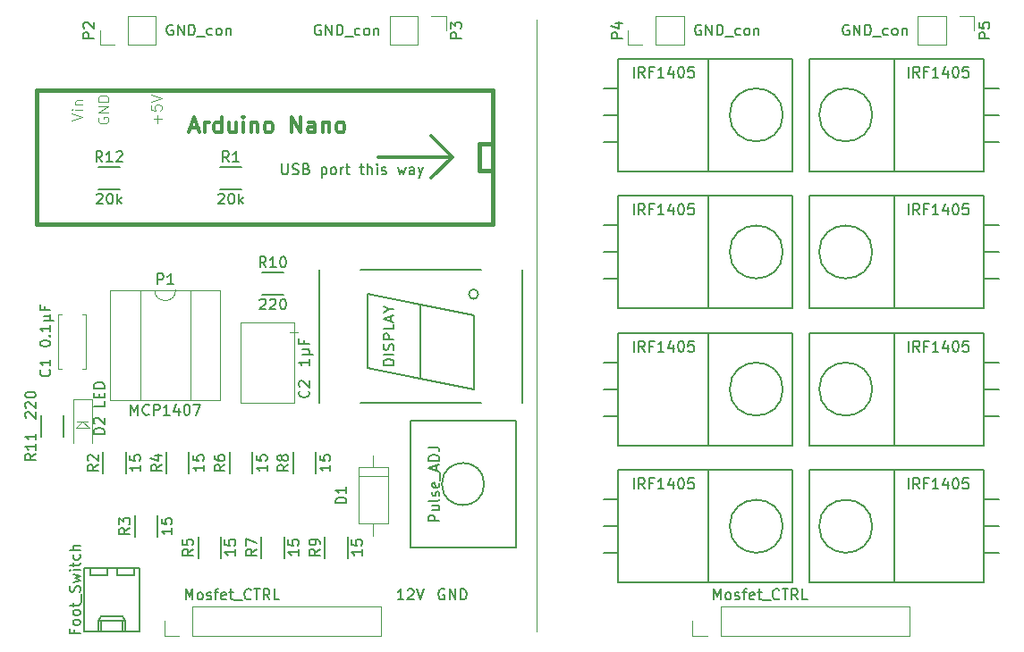
<source format=gbr>
G04 #@! TF.FileFunction,Legend,Top*
%FSLAX46Y46*%
G04 Gerber Fmt 4.6, Leading zero omitted, Abs format (unit mm)*
G04 Created by KiCad (PCBNEW 4.0.4-stable) date 02/25/17 10:50:14*
%MOMM*%
%LPD*%
G01*
G04 APERTURE LIST*
%ADD10C,0.100000*%
%ADD11C,0.300000*%
%ADD12C,0.200000*%
%ADD13C,0.120000*%
%ADD14C,0.150000*%
%ADD15C,0.381000*%
G04 APERTURE END LIST*
D10*
X120000000Y-129000000D02*
X120000000Y-71000000D01*
X96600000Y-100600000D02*
X97400000Y-100600000D01*
X97000000Y-100200000D02*
X97000000Y-101000000D01*
X84071429Y-80785714D02*
X84071429Y-80023809D01*
X84452381Y-80404761D02*
X83690476Y-80404761D01*
X83452381Y-79071428D02*
X83452381Y-79547619D01*
X83928571Y-79595238D01*
X83880952Y-79547619D01*
X83833333Y-79452381D01*
X83833333Y-79214285D01*
X83880952Y-79119047D01*
X83928571Y-79071428D01*
X84023810Y-79023809D01*
X84261905Y-79023809D01*
X84357143Y-79071428D01*
X84404762Y-79119047D01*
X84452381Y-79214285D01*
X84452381Y-79452381D01*
X84404762Y-79547619D01*
X84357143Y-79595238D01*
X83452381Y-78738095D02*
X84452381Y-78404762D01*
X83452381Y-78071428D01*
X78500000Y-80261904D02*
X78452381Y-80357142D01*
X78452381Y-80499999D01*
X78500000Y-80642857D01*
X78595238Y-80738095D01*
X78690476Y-80785714D01*
X78880952Y-80833333D01*
X79023810Y-80833333D01*
X79214286Y-80785714D01*
X79309524Y-80738095D01*
X79404762Y-80642857D01*
X79452381Y-80499999D01*
X79452381Y-80404761D01*
X79404762Y-80261904D01*
X79357143Y-80214285D01*
X79023810Y-80214285D01*
X79023810Y-80404761D01*
X79452381Y-79785714D02*
X78452381Y-79785714D01*
X79452381Y-79214285D01*
X78452381Y-79214285D01*
X79452381Y-78738095D02*
X78452381Y-78738095D01*
X78452381Y-78500000D01*
X78500000Y-78357142D01*
X78595238Y-78261904D01*
X78690476Y-78214285D01*
X78880952Y-78166666D01*
X79023810Y-78166666D01*
X79214286Y-78214285D01*
X79309524Y-78261904D01*
X79404762Y-78357142D01*
X79452381Y-78500000D01*
X79452381Y-78738095D01*
X75952381Y-80523809D02*
X76952381Y-80190476D01*
X75952381Y-79857142D01*
X76952381Y-79523809D02*
X76285714Y-79523809D01*
X75952381Y-79523809D02*
X76000000Y-79571428D01*
X76047619Y-79523809D01*
X76000000Y-79476190D01*
X75952381Y-79523809D01*
X76047619Y-79523809D01*
X76285714Y-79047619D02*
X76952381Y-79047619D01*
X76380952Y-79047619D02*
X76333333Y-79000000D01*
X76285714Y-78904762D01*
X76285714Y-78761904D01*
X76333333Y-78666666D01*
X76428571Y-78619047D01*
X76952381Y-78619047D01*
D11*
X112000000Y-84000000D02*
X110000000Y-86000000D01*
X110000000Y-82000000D02*
X112000000Y-84000000D01*
D10*
X112000000Y-84000000D02*
X110000000Y-82000000D01*
D11*
X112000000Y-84000000D02*
X105000000Y-84000000D01*
D12*
X95857142Y-84652381D02*
X95857142Y-85461905D01*
X95904761Y-85557143D01*
X95952380Y-85604762D01*
X96047618Y-85652381D01*
X96238095Y-85652381D01*
X96333333Y-85604762D01*
X96380952Y-85557143D01*
X96428571Y-85461905D01*
X96428571Y-84652381D01*
X96857142Y-85604762D02*
X96999999Y-85652381D01*
X97238095Y-85652381D01*
X97333333Y-85604762D01*
X97380952Y-85557143D01*
X97428571Y-85461905D01*
X97428571Y-85366667D01*
X97380952Y-85271429D01*
X97333333Y-85223810D01*
X97238095Y-85176190D01*
X97047618Y-85128571D01*
X96952380Y-85080952D01*
X96904761Y-85033333D01*
X96857142Y-84938095D01*
X96857142Y-84842857D01*
X96904761Y-84747619D01*
X96952380Y-84700000D01*
X97047618Y-84652381D01*
X97285714Y-84652381D01*
X97428571Y-84700000D01*
X98190476Y-85128571D02*
X98333333Y-85176190D01*
X98380952Y-85223810D01*
X98428571Y-85319048D01*
X98428571Y-85461905D01*
X98380952Y-85557143D01*
X98333333Y-85604762D01*
X98238095Y-85652381D01*
X97857142Y-85652381D01*
X97857142Y-84652381D01*
X98190476Y-84652381D01*
X98285714Y-84700000D01*
X98333333Y-84747619D01*
X98380952Y-84842857D01*
X98380952Y-84938095D01*
X98333333Y-85033333D01*
X98285714Y-85080952D01*
X98190476Y-85128571D01*
X97857142Y-85128571D01*
X99619047Y-84985714D02*
X99619047Y-85985714D01*
X99619047Y-85033333D02*
X99714285Y-84985714D01*
X99904762Y-84985714D01*
X100000000Y-85033333D01*
X100047619Y-85080952D01*
X100095238Y-85176190D01*
X100095238Y-85461905D01*
X100047619Y-85557143D01*
X100000000Y-85604762D01*
X99904762Y-85652381D01*
X99714285Y-85652381D01*
X99619047Y-85604762D01*
X100666666Y-85652381D02*
X100571428Y-85604762D01*
X100523809Y-85557143D01*
X100476190Y-85461905D01*
X100476190Y-85176190D01*
X100523809Y-85080952D01*
X100571428Y-85033333D01*
X100666666Y-84985714D01*
X100809524Y-84985714D01*
X100904762Y-85033333D01*
X100952381Y-85080952D01*
X101000000Y-85176190D01*
X101000000Y-85461905D01*
X100952381Y-85557143D01*
X100904762Y-85604762D01*
X100809524Y-85652381D01*
X100666666Y-85652381D01*
X101428571Y-85652381D02*
X101428571Y-84985714D01*
X101428571Y-85176190D02*
X101476190Y-85080952D01*
X101523809Y-85033333D01*
X101619047Y-84985714D01*
X101714286Y-84985714D01*
X101904762Y-84985714D02*
X102285714Y-84985714D01*
X102047619Y-84652381D02*
X102047619Y-85509524D01*
X102095238Y-85604762D01*
X102190476Y-85652381D01*
X102285714Y-85652381D01*
X103238096Y-84985714D02*
X103619048Y-84985714D01*
X103380953Y-84652381D02*
X103380953Y-85509524D01*
X103428572Y-85604762D01*
X103523810Y-85652381D01*
X103619048Y-85652381D01*
X103952382Y-85652381D02*
X103952382Y-84652381D01*
X104380954Y-85652381D02*
X104380954Y-85128571D01*
X104333335Y-85033333D01*
X104238097Y-84985714D01*
X104095239Y-84985714D01*
X104000001Y-85033333D01*
X103952382Y-85080952D01*
X104857144Y-85652381D02*
X104857144Y-84985714D01*
X104857144Y-84652381D02*
X104809525Y-84700000D01*
X104857144Y-84747619D01*
X104904763Y-84700000D01*
X104857144Y-84652381D01*
X104857144Y-84747619D01*
X105285715Y-85604762D02*
X105380953Y-85652381D01*
X105571429Y-85652381D01*
X105666668Y-85604762D01*
X105714287Y-85509524D01*
X105714287Y-85461905D01*
X105666668Y-85366667D01*
X105571429Y-85319048D01*
X105428572Y-85319048D01*
X105333334Y-85271429D01*
X105285715Y-85176190D01*
X105285715Y-85128571D01*
X105333334Y-85033333D01*
X105428572Y-84985714D01*
X105571429Y-84985714D01*
X105666668Y-85033333D01*
X106809525Y-84985714D02*
X107000001Y-85652381D01*
X107190478Y-85176190D01*
X107380954Y-85652381D01*
X107571430Y-84985714D01*
X108380954Y-85652381D02*
X108380954Y-85128571D01*
X108333335Y-85033333D01*
X108238097Y-84985714D01*
X108047620Y-84985714D01*
X107952382Y-85033333D01*
X108380954Y-85604762D02*
X108285716Y-85652381D01*
X108047620Y-85652381D01*
X107952382Y-85604762D01*
X107904763Y-85509524D01*
X107904763Y-85414286D01*
X107952382Y-85319048D01*
X108047620Y-85271429D01*
X108285716Y-85271429D01*
X108380954Y-85223810D01*
X108761906Y-84985714D02*
X109000001Y-85652381D01*
X109238097Y-84985714D02*
X109000001Y-85652381D01*
X108904763Y-85890476D01*
X108857144Y-85938095D01*
X108761906Y-85985714D01*
D10*
X76450000Y-109050000D02*
X77500000Y-109050000D01*
X77600000Y-109700000D02*
X77450000Y-109700000D01*
X77000000Y-109100000D02*
X77600000Y-109700000D01*
X76400000Y-109700000D02*
X77550000Y-109700000D01*
X77000000Y-109100000D02*
X76400000Y-109700000D01*
X76600000Y-109050000D02*
X77400000Y-109050000D01*
D11*
X87214285Y-81250000D02*
X87928571Y-81250000D01*
X87071428Y-81678571D02*
X87571428Y-80178571D01*
X88071428Y-81678571D01*
X88571428Y-81678571D02*
X88571428Y-80678571D01*
X88571428Y-80964286D02*
X88642856Y-80821429D01*
X88714285Y-80750000D01*
X88857142Y-80678571D01*
X88999999Y-80678571D01*
X90142856Y-81678571D02*
X90142856Y-80178571D01*
X90142856Y-81607143D02*
X89999999Y-81678571D01*
X89714285Y-81678571D01*
X89571427Y-81607143D01*
X89499999Y-81535714D01*
X89428570Y-81392857D01*
X89428570Y-80964286D01*
X89499999Y-80821429D01*
X89571427Y-80750000D01*
X89714285Y-80678571D01*
X89999999Y-80678571D01*
X90142856Y-80750000D01*
X91499999Y-80678571D02*
X91499999Y-81678571D01*
X90857142Y-80678571D02*
X90857142Y-81464286D01*
X90928570Y-81607143D01*
X91071428Y-81678571D01*
X91285713Y-81678571D01*
X91428570Y-81607143D01*
X91499999Y-81535714D01*
X92214285Y-81678571D02*
X92214285Y-80678571D01*
X92214285Y-80178571D02*
X92142856Y-80250000D01*
X92214285Y-80321429D01*
X92285713Y-80250000D01*
X92214285Y-80178571D01*
X92214285Y-80321429D01*
X92928571Y-80678571D02*
X92928571Y-81678571D01*
X92928571Y-80821429D02*
X92999999Y-80750000D01*
X93142857Y-80678571D01*
X93357142Y-80678571D01*
X93499999Y-80750000D01*
X93571428Y-80892857D01*
X93571428Y-81678571D01*
X94500000Y-81678571D02*
X94357142Y-81607143D01*
X94285714Y-81535714D01*
X94214285Y-81392857D01*
X94214285Y-80964286D01*
X94285714Y-80821429D01*
X94357142Y-80750000D01*
X94500000Y-80678571D01*
X94714285Y-80678571D01*
X94857142Y-80750000D01*
X94928571Y-80821429D01*
X95000000Y-80964286D01*
X95000000Y-81392857D01*
X94928571Y-81535714D01*
X94857142Y-81607143D01*
X94714285Y-81678571D01*
X94500000Y-81678571D01*
X96785714Y-81678571D02*
X96785714Y-80178571D01*
X97642857Y-81678571D01*
X97642857Y-80178571D01*
X99000000Y-81678571D02*
X99000000Y-80892857D01*
X98928571Y-80750000D01*
X98785714Y-80678571D01*
X98500000Y-80678571D01*
X98357143Y-80750000D01*
X99000000Y-81607143D02*
X98857143Y-81678571D01*
X98500000Y-81678571D01*
X98357143Y-81607143D01*
X98285714Y-81464286D01*
X98285714Y-81321429D01*
X98357143Y-81178571D01*
X98500000Y-81107143D01*
X98857143Y-81107143D01*
X99000000Y-81035714D01*
X99714286Y-80678571D02*
X99714286Y-81678571D01*
X99714286Y-80821429D02*
X99785714Y-80750000D01*
X99928572Y-80678571D01*
X100142857Y-80678571D01*
X100285714Y-80750000D01*
X100357143Y-80892857D01*
X100357143Y-81678571D01*
X101285715Y-81678571D02*
X101142857Y-81607143D01*
X101071429Y-81535714D01*
X101000000Y-81392857D01*
X101000000Y-80964286D01*
X101071429Y-80821429D01*
X101142857Y-80750000D01*
X101285715Y-80678571D01*
X101500000Y-80678571D01*
X101642857Y-80750000D01*
X101714286Y-80821429D01*
X101785715Y-80964286D01*
X101785715Y-81392857D01*
X101714286Y-81535714D01*
X101642857Y-81607143D01*
X101500000Y-81678571D01*
X101285715Y-81678571D01*
D13*
X77310000Y-98940000D02*
X77310000Y-104060000D01*
X74690000Y-98940000D02*
X74690000Y-104060000D01*
X77310000Y-98940000D02*
X76996000Y-98940000D01*
X75004000Y-98940000D02*
X74690000Y-98940000D01*
X77310000Y-104060000D02*
X76996000Y-104060000D01*
X75004000Y-104060000D02*
X74690000Y-104060000D01*
X97060000Y-99690000D02*
X97060000Y-107310000D01*
X91940000Y-99690000D02*
X91940000Y-107310000D01*
X97060000Y-99690000D02*
X91940000Y-99690000D01*
X97060000Y-107310000D02*
X91940000Y-107310000D01*
X105910000Y-113420000D02*
X103090000Y-113420000D01*
X103090000Y-113420000D02*
X103090000Y-118740000D01*
X103090000Y-118740000D02*
X105910000Y-118740000D01*
X105910000Y-118740000D02*
X105910000Y-113420000D01*
X104500000Y-112280000D02*
X104500000Y-113420000D01*
X104500000Y-119880000D02*
X104500000Y-118740000D01*
X105910000Y-114260000D02*
X103090000Y-114260000D01*
X77850000Y-107000000D02*
X76150000Y-107000000D01*
X76150000Y-107050000D02*
X76150000Y-111100000D01*
X77850000Y-107050000D02*
X77850000Y-111100000D01*
D14*
X114447214Y-97000000D02*
G75*
G03X114447214Y-97000000I-447214J0D01*
G01*
X104000000Y-104000000D02*
X109000000Y-105000000D01*
X109000000Y-105000000D02*
X114000000Y-106000000D01*
X114000000Y-106000000D02*
X114000000Y-99000000D01*
X114000000Y-99000000D02*
X109000000Y-98000000D01*
X104000000Y-97000000D02*
X109000000Y-98000000D01*
X109000000Y-98000000D02*
X109000000Y-105000000D01*
X104000000Y-104000000D02*
X104000000Y-97000000D01*
X118600000Y-94700000D02*
X118600000Y-107300000D01*
X103300000Y-107300000D02*
X114700000Y-107300000D01*
X103300000Y-94700000D02*
X114700000Y-94700000D01*
X99400000Y-107300000D02*
X99400000Y-94700000D01*
X77130000Y-122980000D02*
X77130000Y-128980000D01*
X77130000Y-128980000D02*
X82410000Y-128980000D01*
X82410000Y-128980000D02*
X82410000Y-122980000D01*
X82410000Y-122980000D02*
X77130000Y-122980000D01*
X78500000Y-128980000D02*
X78500000Y-127980000D01*
X78500000Y-127980000D02*
X81040000Y-127980000D01*
X81040000Y-127980000D02*
X81040000Y-128980000D01*
X78500000Y-127980000D02*
X78750000Y-127550000D01*
X78750000Y-127550000D02*
X80790000Y-127550000D01*
X80790000Y-127550000D02*
X81040000Y-127980000D01*
X78750000Y-128980000D02*
X78750000Y-127980000D01*
X80790000Y-128980000D02*
X80790000Y-127980000D01*
X77700000Y-122980000D02*
X77700000Y-123600000D01*
X77700000Y-123600000D02*
X79300000Y-123600000D01*
X79300000Y-123600000D02*
X79300000Y-122980000D01*
X80240000Y-122980000D02*
X80240000Y-123600000D01*
X80240000Y-123600000D02*
X81840000Y-123600000D01*
X81840000Y-123600000D02*
X81840000Y-122980000D01*
D13*
X87370000Y-129390000D02*
X105270000Y-129390000D01*
X105270000Y-129390000D02*
X105270000Y-126610000D01*
X105270000Y-126610000D02*
X87370000Y-126610000D01*
X87370000Y-126610000D02*
X87370000Y-129390000D01*
X86100000Y-129390000D02*
X84710000Y-129390000D01*
X84710000Y-129390000D02*
X84710000Y-128000000D01*
X85810000Y-96610000D02*
G75*
G02X83810000Y-96610000I-1000000J0D01*
G01*
X83810000Y-96610000D02*
X82440000Y-96610000D01*
X82440000Y-96610000D02*
X82440000Y-107010000D01*
X82440000Y-107010000D02*
X87180000Y-107010000D01*
X87180000Y-107010000D02*
X87180000Y-96610000D01*
X87180000Y-96610000D02*
X85810000Y-96610000D01*
X79610000Y-96610000D02*
X79610000Y-107010000D01*
X79610000Y-107010000D02*
X90010000Y-107010000D01*
X90010000Y-107010000D02*
X90010000Y-96610000D01*
X90010000Y-96610000D02*
X79610000Y-96610000D01*
X81270000Y-73390000D02*
X83930000Y-73390000D01*
X83930000Y-73390000D02*
X83930000Y-70610000D01*
X83930000Y-70610000D02*
X81270000Y-70610000D01*
X81270000Y-70610000D02*
X81270000Y-73390000D01*
X80000000Y-73390000D02*
X78610000Y-73390000D01*
X78610000Y-73390000D02*
X78610000Y-72000000D01*
X108730000Y-70610000D02*
X106070000Y-70610000D01*
X106070000Y-70610000D02*
X106070000Y-73390000D01*
X106070000Y-73390000D02*
X108730000Y-73390000D01*
X108730000Y-73390000D02*
X108730000Y-70610000D01*
X110000000Y-70610000D02*
X111390000Y-70610000D01*
X111390000Y-70610000D02*
X111390000Y-72000000D01*
D14*
X115000000Y-115000000D02*
G75*
G03X115000000Y-115000000I-2000000J0D01*
G01*
X108000000Y-109000000D02*
X118000000Y-109000000D01*
X118000000Y-109000000D02*
X118000000Y-121000000D01*
X118000000Y-121000000D02*
X108000000Y-121000000D01*
X108000000Y-121000000D02*
X108000000Y-109000000D01*
X92000000Y-87075000D02*
X90000000Y-87075000D01*
X90000000Y-84925000D02*
X92000000Y-84925000D01*
X81075000Y-112000000D02*
X81075000Y-114000000D01*
X78925000Y-114000000D02*
X78925000Y-112000000D01*
X84075000Y-118000000D02*
X84075000Y-120000000D01*
X81925000Y-120000000D02*
X81925000Y-118000000D01*
X87075000Y-112000000D02*
X87075000Y-114000000D01*
X84925000Y-114000000D02*
X84925000Y-112000000D01*
X90075000Y-120000000D02*
X90075000Y-122000000D01*
X87925000Y-122000000D02*
X87925000Y-120000000D01*
X93075000Y-112000000D02*
X93075000Y-114000000D01*
X90925000Y-114000000D02*
X90925000Y-112000000D01*
X96075000Y-120000000D02*
X96075000Y-122000000D01*
X93925000Y-122000000D02*
X93925000Y-120000000D01*
X99075000Y-112000000D02*
X99075000Y-114000000D01*
X96925000Y-114000000D02*
X96925000Y-112000000D01*
X102075000Y-120000000D02*
X102075000Y-122000000D01*
X99925000Y-122000000D02*
X99925000Y-120000000D01*
X96000000Y-97075000D02*
X94000000Y-97075000D01*
X94000000Y-94925000D02*
X96000000Y-94925000D01*
X75175000Y-108500000D02*
X75175000Y-110500000D01*
X73025000Y-110500000D02*
X73025000Y-108500000D01*
X78500000Y-84925000D02*
X80500000Y-84925000D01*
X80500000Y-87075000D02*
X78500000Y-87075000D01*
D15*
X115860000Y-90350000D02*
X72680000Y-90350000D01*
X72680000Y-90350000D02*
X72680000Y-77650000D01*
X72680000Y-77650000D02*
X115860000Y-77650000D01*
X115860000Y-77650000D02*
X115860000Y-90350000D01*
X115860000Y-82730000D02*
X114590000Y-82730000D01*
X114590000Y-82730000D02*
X114590000Y-85270000D01*
X114590000Y-85270000D02*
X115860000Y-85270000D01*
D13*
X131270000Y-73390000D02*
X133930000Y-73390000D01*
X133930000Y-73390000D02*
X133930000Y-70610000D01*
X133930000Y-70610000D02*
X131270000Y-70610000D01*
X131270000Y-70610000D02*
X131270000Y-73390000D01*
X130000000Y-73390000D02*
X128610000Y-73390000D01*
X128610000Y-73390000D02*
X128610000Y-72000000D01*
X158730000Y-70610000D02*
X156070000Y-70610000D01*
X156070000Y-70610000D02*
X156070000Y-73390000D01*
X156070000Y-73390000D02*
X158730000Y-73390000D01*
X158730000Y-73390000D02*
X158730000Y-70610000D01*
X160000000Y-70610000D02*
X161390000Y-70610000D01*
X161390000Y-70610000D02*
X161390000Y-72000000D01*
D14*
X162317000Y-121540000D02*
X163714000Y-121540000D01*
X162317000Y-119000000D02*
X163714000Y-119000000D01*
X162317000Y-116460000D02*
X163714000Y-116460000D01*
X151750472Y-119000000D02*
G75*
G03X151750472Y-119000000I-2514472J0D01*
G01*
X153808000Y-113666000D02*
X145807000Y-113666000D01*
X145807000Y-113666000D02*
X145807000Y-124334000D01*
X145807000Y-124334000D02*
X153808000Y-124334000D01*
X162317000Y-113666000D02*
X153808000Y-113666000D01*
X153808000Y-113666000D02*
X153808000Y-124334000D01*
X153808000Y-124334000D02*
X162317000Y-124334000D01*
X162317000Y-119000000D02*
X162317000Y-124334000D01*
X162317000Y-119000000D02*
X162317000Y-113666000D01*
X162317000Y-108540000D02*
X163714000Y-108540000D01*
X162317000Y-106000000D02*
X163714000Y-106000000D01*
X162317000Y-103460000D02*
X163714000Y-103460000D01*
X151750472Y-106000000D02*
G75*
G03X151750472Y-106000000I-2514472J0D01*
G01*
X153808000Y-100666000D02*
X145807000Y-100666000D01*
X145807000Y-100666000D02*
X145807000Y-111334000D01*
X145807000Y-111334000D02*
X153808000Y-111334000D01*
X162317000Y-100666000D02*
X153808000Y-100666000D01*
X153808000Y-100666000D02*
X153808000Y-111334000D01*
X153808000Y-111334000D02*
X162317000Y-111334000D01*
X162317000Y-106000000D02*
X162317000Y-111334000D01*
X162317000Y-106000000D02*
X162317000Y-100666000D01*
X162317000Y-95540000D02*
X163714000Y-95540000D01*
X162317000Y-93000000D02*
X163714000Y-93000000D01*
X162317000Y-90460000D02*
X163714000Y-90460000D01*
X151750472Y-93000000D02*
G75*
G03X151750472Y-93000000I-2514472J0D01*
G01*
X153808000Y-87666000D02*
X145807000Y-87666000D01*
X145807000Y-87666000D02*
X145807000Y-98334000D01*
X145807000Y-98334000D02*
X153808000Y-98334000D01*
X162317000Y-87666000D02*
X153808000Y-87666000D01*
X153808000Y-87666000D02*
X153808000Y-98334000D01*
X153808000Y-98334000D02*
X162317000Y-98334000D01*
X162317000Y-93000000D02*
X162317000Y-98334000D01*
X162317000Y-93000000D02*
X162317000Y-87666000D01*
X162317000Y-82540000D02*
X163714000Y-82540000D01*
X162317000Y-80000000D02*
X163714000Y-80000000D01*
X162317000Y-77460000D02*
X163714000Y-77460000D01*
X151750472Y-80000000D02*
G75*
G03X151750472Y-80000000I-2514472J0D01*
G01*
X153808000Y-74666000D02*
X145807000Y-74666000D01*
X145807000Y-74666000D02*
X145807000Y-85334000D01*
X145807000Y-85334000D02*
X153808000Y-85334000D01*
X162317000Y-74666000D02*
X153808000Y-74666000D01*
X153808000Y-74666000D02*
X153808000Y-85334000D01*
X153808000Y-85334000D02*
X162317000Y-85334000D01*
X162317000Y-80000000D02*
X162317000Y-85334000D01*
X162317000Y-80000000D02*
X162317000Y-74666000D01*
X127683000Y-77460000D02*
X126286000Y-77460000D01*
X127683000Y-80000000D02*
X126286000Y-80000000D01*
X127683000Y-82540000D02*
X126286000Y-82540000D01*
X143278472Y-80000000D02*
G75*
G03X143278472Y-80000000I-2514472J0D01*
G01*
X136192000Y-85334000D02*
X144193000Y-85334000D01*
X144193000Y-85334000D02*
X144193000Y-74666000D01*
X144193000Y-74666000D02*
X136192000Y-74666000D01*
X127683000Y-85334000D02*
X136192000Y-85334000D01*
X136192000Y-85334000D02*
X136192000Y-74666000D01*
X136192000Y-74666000D02*
X127683000Y-74666000D01*
X127683000Y-80000000D02*
X127683000Y-74666000D01*
X127683000Y-80000000D02*
X127683000Y-85334000D01*
X127683000Y-90460000D02*
X126286000Y-90460000D01*
X127683000Y-93000000D02*
X126286000Y-93000000D01*
X127683000Y-95540000D02*
X126286000Y-95540000D01*
X143278472Y-93000000D02*
G75*
G03X143278472Y-93000000I-2514472J0D01*
G01*
X136192000Y-98334000D02*
X144193000Y-98334000D01*
X144193000Y-98334000D02*
X144193000Y-87666000D01*
X144193000Y-87666000D02*
X136192000Y-87666000D01*
X127683000Y-98334000D02*
X136192000Y-98334000D01*
X136192000Y-98334000D02*
X136192000Y-87666000D01*
X136192000Y-87666000D02*
X127683000Y-87666000D01*
X127683000Y-93000000D02*
X127683000Y-87666000D01*
X127683000Y-93000000D02*
X127683000Y-98334000D01*
X127683000Y-103460000D02*
X126286000Y-103460000D01*
X127683000Y-106000000D02*
X126286000Y-106000000D01*
X127683000Y-108540000D02*
X126286000Y-108540000D01*
X143278472Y-106000000D02*
G75*
G03X143278472Y-106000000I-2514472J0D01*
G01*
X136192000Y-111334000D02*
X144193000Y-111334000D01*
X144193000Y-111334000D02*
X144193000Y-100666000D01*
X144193000Y-100666000D02*
X136192000Y-100666000D01*
X127683000Y-111334000D02*
X136192000Y-111334000D01*
X136192000Y-111334000D02*
X136192000Y-100666000D01*
X136192000Y-100666000D02*
X127683000Y-100666000D01*
X127683000Y-106000000D02*
X127683000Y-100666000D01*
X127683000Y-106000000D02*
X127683000Y-111334000D01*
X127683000Y-116460000D02*
X126286000Y-116460000D01*
X127683000Y-119000000D02*
X126286000Y-119000000D01*
X127683000Y-121540000D02*
X126286000Y-121540000D01*
X143278472Y-119000000D02*
G75*
G03X143278472Y-119000000I-2514472J0D01*
G01*
X136192000Y-124334000D02*
X144193000Y-124334000D01*
X144193000Y-124334000D02*
X144193000Y-113666000D01*
X144193000Y-113666000D02*
X136192000Y-113666000D01*
X127683000Y-124334000D02*
X136192000Y-124334000D01*
X136192000Y-124334000D02*
X136192000Y-113666000D01*
X136192000Y-113666000D02*
X127683000Y-113666000D01*
X127683000Y-119000000D02*
X127683000Y-113666000D01*
X127683000Y-119000000D02*
X127683000Y-124334000D01*
D13*
X137370000Y-129390000D02*
X155270000Y-129390000D01*
X155270000Y-129390000D02*
X155270000Y-126610000D01*
X155270000Y-126610000D02*
X137370000Y-126610000D01*
X137370000Y-126610000D02*
X137370000Y-129390000D01*
X136100000Y-129390000D02*
X134710000Y-129390000D01*
X134710000Y-129390000D02*
X134710000Y-128000000D01*
D14*
X73857143Y-104166666D02*
X73904762Y-104214285D01*
X73952381Y-104357142D01*
X73952381Y-104452380D01*
X73904762Y-104595238D01*
X73809524Y-104690476D01*
X73714286Y-104738095D01*
X73523810Y-104785714D01*
X73380952Y-104785714D01*
X73190476Y-104738095D01*
X73095238Y-104690476D01*
X73000000Y-104595238D01*
X72952381Y-104452380D01*
X72952381Y-104357142D01*
X73000000Y-104214285D01*
X73047619Y-104166666D01*
X73952381Y-103214285D02*
X73952381Y-103785714D01*
X73952381Y-103500000D02*
X72952381Y-103500000D01*
X73095238Y-103595238D01*
X73190476Y-103690476D01*
X73238095Y-103785714D01*
X72952381Y-101714286D02*
X72952381Y-101619047D01*
X73000000Y-101523809D01*
X73047619Y-101476190D01*
X73142857Y-101428571D01*
X73333333Y-101380952D01*
X73571429Y-101380952D01*
X73761905Y-101428571D01*
X73857143Y-101476190D01*
X73904762Y-101523809D01*
X73952381Y-101619047D01*
X73952381Y-101714286D01*
X73904762Y-101809524D01*
X73857143Y-101857143D01*
X73761905Y-101904762D01*
X73571429Y-101952381D01*
X73333333Y-101952381D01*
X73142857Y-101904762D01*
X73047619Y-101857143D01*
X73000000Y-101809524D01*
X72952381Y-101714286D01*
X73857143Y-100952381D02*
X73904762Y-100904762D01*
X73952381Y-100952381D01*
X73904762Y-101000000D01*
X73857143Y-100952381D01*
X73952381Y-100952381D01*
X73952381Y-99952381D02*
X73952381Y-100523810D01*
X73952381Y-100238096D02*
X72952381Y-100238096D01*
X73095238Y-100333334D01*
X73190476Y-100428572D01*
X73238095Y-100523810D01*
X73285714Y-99523810D02*
X74285714Y-99523810D01*
X73809524Y-99047619D02*
X73904762Y-99000000D01*
X73952381Y-98904762D01*
X73809524Y-99523810D02*
X73904762Y-99476191D01*
X73952381Y-99380953D01*
X73952381Y-99190476D01*
X73904762Y-99095238D01*
X73809524Y-99047619D01*
X73285714Y-99047619D01*
X73428571Y-98142857D02*
X73428571Y-98476191D01*
X73952381Y-98476191D02*
X72952381Y-98476191D01*
X72952381Y-98000000D01*
X98357143Y-106166666D02*
X98404762Y-106214285D01*
X98452381Y-106357142D01*
X98452381Y-106452380D01*
X98404762Y-106595238D01*
X98309524Y-106690476D01*
X98214286Y-106738095D01*
X98023810Y-106785714D01*
X97880952Y-106785714D01*
X97690476Y-106738095D01*
X97595238Y-106690476D01*
X97500000Y-106595238D01*
X97452381Y-106452380D01*
X97452381Y-106357142D01*
X97500000Y-106214285D01*
X97547619Y-106166666D01*
X97547619Y-105785714D02*
X97500000Y-105738095D01*
X97452381Y-105642857D01*
X97452381Y-105404761D01*
X97500000Y-105309523D01*
X97547619Y-105261904D01*
X97642857Y-105214285D01*
X97738095Y-105214285D01*
X97880952Y-105261904D01*
X98452381Y-105833333D01*
X98452381Y-105214285D01*
X98452381Y-103166666D02*
X98452381Y-103738095D01*
X98452381Y-103452381D02*
X97452381Y-103452381D01*
X97595238Y-103547619D01*
X97690476Y-103642857D01*
X97738095Y-103738095D01*
X97785714Y-102738095D02*
X98785714Y-102738095D01*
X98309524Y-102261904D02*
X98404762Y-102214285D01*
X98452381Y-102119047D01*
X98309524Y-102738095D02*
X98404762Y-102690476D01*
X98452381Y-102595238D01*
X98452381Y-102404761D01*
X98404762Y-102309523D01*
X98309524Y-102261904D01*
X97785714Y-102261904D01*
X97928571Y-101357142D02*
X97928571Y-101690476D01*
X98452381Y-101690476D02*
X97452381Y-101690476D01*
X97452381Y-101214285D01*
X101952381Y-116818095D02*
X100952381Y-116818095D01*
X100952381Y-116580000D01*
X101000000Y-116437142D01*
X101095238Y-116341904D01*
X101190476Y-116294285D01*
X101380952Y-116246666D01*
X101523810Y-116246666D01*
X101714286Y-116294285D01*
X101809524Y-116341904D01*
X101904762Y-116437142D01*
X101952381Y-116580000D01*
X101952381Y-116818095D01*
X101952381Y-115294285D02*
X101952381Y-115865714D01*
X101952381Y-115580000D02*
X100952381Y-115580000D01*
X101095238Y-115675238D01*
X101190476Y-115770476D01*
X101238095Y-115865714D01*
X79052381Y-110238095D02*
X78052381Y-110238095D01*
X78052381Y-110000000D01*
X78100000Y-109857142D01*
X78195238Y-109761904D01*
X78290476Y-109714285D01*
X78480952Y-109666666D01*
X78623810Y-109666666D01*
X78814286Y-109714285D01*
X78909524Y-109761904D01*
X79004762Y-109857142D01*
X79052381Y-110000000D01*
X79052381Y-110238095D01*
X78147619Y-109285714D02*
X78100000Y-109238095D01*
X78052381Y-109142857D01*
X78052381Y-108904761D01*
X78100000Y-108809523D01*
X78147619Y-108761904D01*
X78242857Y-108714285D01*
X78338095Y-108714285D01*
X78480952Y-108761904D01*
X79052381Y-109333333D01*
X79052381Y-108714285D01*
X79052381Y-107142857D02*
X79052381Y-107619048D01*
X78052381Y-107619048D01*
X78528571Y-106809524D02*
X78528571Y-106476190D01*
X79052381Y-106333333D02*
X79052381Y-106809524D01*
X78052381Y-106809524D01*
X78052381Y-106333333D01*
X79052381Y-105904762D02*
X78052381Y-105904762D01*
X78052381Y-105666667D01*
X78100000Y-105523809D01*
X78195238Y-105428571D01*
X78290476Y-105380952D01*
X78480952Y-105333333D01*
X78623810Y-105333333D01*
X78814286Y-105380952D01*
X78909524Y-105428571D01*
X79004762Y-105523809D01*
X79052381Y-105666667D01*
X79052381Y-105904762D01*
X106452381Y-103738095D02*
X105452381Y-103738095D01*
X105452381Y-103500000D01*
X105500000Y-103357142D01*
X105595238Y-103261904D01*
X105690476Y-103214285D01*
X105880952Y-103166666D01*
X106023810Y-103166666D01*
X106214286Y-103214285D01*
X106309524Y-103261904D01*
X106404762Y-103357142D01*
X106452381Y-103500000D01*
X106452381Y-103738095D01*
X106452381Y-102738095D02*
X105452381Y-102738095D01*
X106404762Y-102309524D02*
X106452381Y-102166667D01*
X106452381Y-101928571D01*
X106404762Y-101833333D01*
X106357143Y-101785714D01*
X106261905Y-101738095D01*
X106166667Y-101738095D01*
X106071429Y-101785714D01*
X106023810Y-101833333D01*
X105976190Y-101928571D01*
X105928571Y-102119048D01*
X105880952Y-102214286D01*
X105833333Y-102261905D01*
X105738095Y-102309524D01*
X105642857Y-102309524D01*
X105547619Y-102261905D01*
X105500000Y-102214286D01*
X105452381Y-102119048D01*
X105452381Y-101880952D01*
X105500000Y-101738095D01*
X106452381Y-101309524D02*
X105452381Y-101309524D01*
X105452381Y-100928571D01*
X105500000Y-100833333D01*
X105547619Y-100785714D01*
X105642857Y-100738095D01*
X105785714Y-100738095D01*
X105880952Y-100785714D01*
X105928571Y-100833333D01*
X105976190Y-100928571D01*
X105976190Y-101309524D01*
X106452381Y-99833333D02*
X106452381Y-100309524D01*
X105452381Y-100309524D01*
X106166667Y-99547619D02*
X106166667Y-99071428D01*
X106452381Y-99642857D02*
X105452381Y-99309524D01*
X106452381Y-98976190D01*
X105976190Y-98452381D02*
X106452381Y-98452381D01*
X105452381Y-98785714D02*
X105976190Y-98452381D01*
X105452381Y-98119047D01*
X76228571Y-128833333D02*
X76228571Y-129166667D01*
X76752381Y-129166667D02*
X75752381Y-129166667D01*
X75752381Y-128690476D01*
X76752381Y-128166667D02*
X76704762Y-128261905D01*
X76657143Y-128309524D01*
X76561905Y-128357143D01*
X76276190Y-128357143D01*
X76180952Y-128309524D01*
X76133333Y-128261905D01*
X76085714Y-128166667D01*
X76085714Y-128023809D01*
X76133333Y-127928571D01*
X76180952Y-127880952D01*
X76276190Y-127833333D01*
X76561905Y-127833333D01*
X76657143Y-127880952D01*
X76704762Y-127928571D01*
X76752381Y-128023809D01*
X76752381Y-128166667D01*
X76752381Y-127261905D02*
X76704762Y-127357143D01*
X76657143Y-127404762D01*
X76561905Y-127452381D01*
X76276190Y-127452381D01*
X76180952Y-127404762D01*
X76133333Y-127357143D01*
X76085714Y-127261905D01*
X76085714Y-127119047D01*
X76133333Y-127023809D01*
X76180952Y-126976190D01*
X76276190Y-126928571D01*
X76561905Y-126928571D01*
X76657143Y-126976190D01*
X76704762Y-127023809D01*
X76752381Y-127119047D01*
X76752381Y-127261905D01*
X76085714Y-126642857D02*
X76085714Y-126261905D01*
X75752381Y-126500000D02*
X76609524Y-126500000D01*
X76704762Y-126452381D01*
X76752381Y-126357143D01*
X76752381Y-126261905D01*
X76847619Y-126166666D02*
X76847619Y-125404761D01*
X76704762Y-125214285D02*
X76752381Y-125071428D01*
X76752381Y-124833332D01*
X76704762Y-124738094D01*
X76657143Y-124690475D01*
X76561905Y-124642856D01*
X76466667Y-124642856D01*
X76371429Y-124690475D01*
X76323810Y-124738094D01*
X76276190Y-124833332D01*
X76228571Y-125023809D01*
X76180952Y-125119047D01*
X76133333Y-125166666D01*
X76038095Y-125214285D01*
X75942857Y-125214285D01*
X75847619Y-125166666D01*
X75800000Y-125119047D01*
X75752381Y-125023809D01*
X75752381Y-124785713D01*
X75800000Y-124642856D01*
X76085714Y-124309523D02*
X76752381Y-124119047D01*
X76276190Y-123928570D01*
X76752381Y-123738094D01*
X76085714Y-123547618D01*
X76752381Y-123166666D02*
X76085714Y-123166666D01*
X75752381Y-123166666D02*
X75800000Y-123214285D01*
X75847619Y-123166666D01*
X75800000Y-123119047D01*
X75752381Y-123166666D01*
X75847619Y-123166666D01*
X76085714Y-122833333D02*
X76085714Y-122452381D01*
X75752381Y-122690476D02*
X76609524Y-122690476D01*
X76704762Y-122642857D01*
X76752381Y-122547619D01*
X76752381Y-122452381D01*
X76704762Y-121690475D02*
X76752381Y-121785713D01*
X76752381Y-121976190D01*
X76704762Y-122071428D01*
X76657143Y-122119047D01*
X76561905Y-122166666D01*
X76276190Y-122166666D01*
X76180952Y-122119047D01*
X76133333Y-122071428D01*
X76085714Y-121976190D01*
X76085714Y-121785713D01*
X76133333Y-121690475D01*
X76752381Y-121261904D02*
X75752381Y-121261904D01*
X76752381Y-120833332D02*
X76228571Y-120833332D01*
X76133333Y-120880951D01*
X76085714Y-120976189D01*
X76085714Y-121119047D01*
X76133333Y-121214285D01*
X76180952Y-121261904D01*
X86742856Y-125952381D02*
X86742856Y-124952381D01*
X87076190Y-125666667D01*
X87409523Y-124952381D01*
X87409523Y-125952381D01*
X88028570Y-125952381D02*
X87933332Y-125904762D01*
X87885713Y-125857143D01*
X87838094Y-125761905D01*
X87838094Y-125476190D01*
X87885713Y-125380952D01*
X87933332Y-125333333D01*
X88028570Y-125285714D01*
X88171428Y-125285714D01*
X88266666Y-125333333D01*
X88314285Y-125380952D01*
X88361904Y-125476190D01*
X88361904Y-125761905D01*
X88314285Y-125857143D01*
X88266666Y-125904762D01*
X88171428Y-125952381D01*
X88028570Y-125952381D01*
X88742856Y-125904762D02*
X88838094Y-125952381D01*
X89028570Y-125952381D01*
X89123809Y-125904762D01*
X89171428Y-125809524D01*
X89171428Y-125761905D01*
X89123809Y-125666667D01*
X89028570Y-125619048D01*
X88885713Y-125619048D01*
X88790475Y-125571429D01*
X88742856Y-125476190D01*
X88742856Y-125428571D01*
X88790475Y-125333333D01*
X88885713Y-125285714D01*
X89028570Y-125285714D01*
X89123809Y-125333333D01*
X89457142Y-125285714D02*
X89838094Y-125285714D01*
X89599999Y-125952381D02*
X89599999Y-125095238D01*
X89647618Y-125000000D01*
X89742856Y-124952381D01*
X89838094Y-124952381D01*
X90552381Y-125904762D02*
X90457143Y-125952381D01*
X90266666Y-125952381D01*
X90171428Y-125904762D01*
X90123809Y-125809524D01*
X90123809Y-125428571D01*
X90171428Y-125333333D01*
X90266666Y-125285714D01*
X90457143Y-125285714D01*
X90552381Y-125333333D01*
X90600000Y-125428571D01*
X90600000Y-125523810D01*
X90123809Y-125619048D01*
X90885714Y-125285714D02*
X91266666Y-125285714D01*
X91028571Y-124952381D02*
X91028571Y-125809524D01*
X91076190Y-125904762D01*
X91171428Y-125952381D01*
X91266666Y-125952381D01*
X91361905Y-126047619D02*
X92123810Y-126047619D01*
X92933334Y-125857143D02*
X92885715Y-125904762D01*
X92742858Y-125952381D01*
X92647620Y-125952381D01*
X92504762Y-125904762D01*
X92409524Y-125809524D01*
X92361905Y-125714286D01*
X92314286Y-125523810D01*
X92314286Y-125380952D01*
X92361905Y-125190476D01*
X92409524Y-125095238D01*
X92504762Y-125000000D01*
X92647620Y-124952381D01*
X92742858Y-124952381D01*
X92885715Y-125000000D01*
X92933334Y-125047619D01*
X93219048Y-124952381D02*
X93790477Y-124952381D01*
X93504762Y-125952381D02*
X93504762Y-124952381D01*
X94695239Y-125952381D02*
X94361905Y-125476190D01*
X94123810Y-125952381D02*
X94123810Y-124952381D01*
X94504763Y-124952381D01*
X94600001Y-125000000D01*
X94647620Y-125047619D01*
X94695239Y-125142857D01*
X94695239Y-125285714D01*
X94647620Y-125380952D01*
X94600001Y-125428571D01*
X94504763Y-125476190D01*
X94123810Y-125476190D01*
X95600001Y-125952381D02*
X95123810Y-125952381D01*
X95123810Y-124952381D01*
X84071905Y-96062381D02*
X84071905Y-95062381D01*
X84452858Y-95062381D01*
X84548096Y-95110000D01*
X84595715Y-95157619D01*
X84643334Y-95252857D01*
X84643334Y-95395714D01*
X84595715Y-95490952D01*
X84548096Y-95538571D01*
X84452858Y-95586190D01*
X84071905Y-95586190D01*
X85595715Y-96062381D02*
X85024286Y-96062381D01*
X85310000Y-96062381D02*
X85310000Y-95062381D01*
X85214762Y-95205238D01*
X85119524Y-95300476D01*
X85024286Y-95348095D01*
X81571905Y-108462381D02*
X81571905Y-107462381D01*
X81905239Y-108176667D01*
X82238572Y-107462381D01*
X82238572Y-108462381D01*
X83286191Y-108367143D02*
X83238572Y-108414762D01*
X83095715Y-108462381D01*
X83000477Y-108462381D01*
X82857619Y-108414762D01*
X82762381Y-108319524D01*
X82714762Y-108224286D01*
X82667143Y-108033810D01*
X82667143Y-107890952D01*
X82714762Y-107700476D01*
X82762381Y-107605238D01*
X82857619Y-107510000D01*
X83000477Y-107462381D01*
X83095715Y-107462381D01*
X83238572Y-107510000D01*
X83286191Y-107557619D01*
X83714762Y-108462381D02*
X83714762Y-107462381D01*
X84095715Y-107462381D01*
X84190953Y-107510000D01*
X84238572Y-107557619D01*
X84286191Y-107652857D01*
X84286191Y-107795714D01*
X84238572Y-107890952D01*
X84190953Y-107938571D01*
X84095715Y-107986190D01*
X83714762Y-107986190D01*
X85238572Y-108462381D02*
X84667143Y-108462381D01*
X84952857Y-108462381D02*
X84952857Y-107462381D01*
X84857619Y-107605238D01*
X84762381Y-107700476D01*
X84667143Y-107748095D01*
X86095715Y-107795714D02*
X86095715Y-108462381D01*
X85857619Y-107414762D02*
X85619524Y-108129048D01*
X86238572Y-108129048D01*
X86810000Y-107462381D02*
X86905239Y-107462381D01*
X87000477Y-107510000D01*
X87048096Y-107557619D01*
X87095715Y-107652857D01*
X87143334Y-107843333D01*
X87143334Y-108081429D01*
X87095715Y-108271905D01*
X87048096Y-108367143D01*
X87000477Y-108414762D01*
X86905239Y-108462381D01*
X86810000Y-108462381D01*
X86714762Y-108414762D01*
X86667143Y-108367143D01*
X86619524Y-108271905D01*
X86571905Y-108081429D01*
X86571905Y-107843333D01*
X86619524Y-107652857D01*
X86667143Y-107557619D01*
X86714762Y-107510000D01*
X86810000Y-107462381D01*
X87476667Y-107462381D02*
X88143334Y-107462381D01*
X87714762Y-108462381D01*
X78062381Y-72738095D02*
X77062381Y-72738095D01*
X77062381Y-72357142D01*
X77110000Y-72261904D01*
X77157619Y-72214285D01*
X77252857Y-72166666D01*
X77395714Y-72166666D01*
X77490952Y-72214285D01*
X77538571Y-72261904D01*
X77586190Y-72357142D01*
X77586190Y-72738095D01*
X77157619Y-71785714D02*
X77110000Y-71738095D01*
X77062381Y-71642857D01*
X77062381Y-71404761D01*
X77110000Y-71309523D01*
X77157619Y-71261904D01*
X77252857Y-71214285D01*
X77348095Y-71214285D01*
X77490952Y-71261904D01*
X78062381Y-71833333D01*
X78062381Y-71214285D01*
X85523810Y-71500000D02*
X85428572Y-71452381D01*
X85285715Y-71452381D01*
X85142857Y-71500000D01*
X85047619Y-71595238D01*
X85000000Y-71690476D01*
X84952381Y-71880952D01*
X84952381Y-72023810D01*
X85000000Y-72214286D01*
X85047619Y-72309524D01*
X85142857Y-72404762D01*
X85285715Y-72452381D01*
X85380953Y-72452381D01*
X85523810Y-72404762D01*
X85571429Y-72357143D01*
X85571429Y-72023810D01*
X85380953Y-72023810D01*
X86000000Y-72452381D02*
X86000000Y-71452381D01*
X86571429Y-72452381D01*
X86571429Y-71452381D01*
X87047619Y-72452381D02*
X87047619Y-71452381D01*
X87285714Y-71452381D01*
X87428572Y-71500000D01*
X87523810Y-71595238D01*
X87571429Y-71690476D01*
X87619048Y-71880952D01*
X87619048Y-72023810D01*
X87571429Y-72214286D01*
X87523810Y-72309524D01*
X87428572Y-72404762D01*
X87285714Y-72452381D01*
X87047619Y-72452381D01*
X87809524Y-72547619D02*
X88571429Y-72547619D01*
X89238096Y-72404762D02*
X89142858Y-72452381D01*
X88952381Y-72452381D01*
X88857143Y-72404762D01*
X88809524Y-72357143D01*
X88761905Y-72261905D01*
X88761905Y-71976190D01*
X88809524Y-71880952D01*
X88857143Y-71833333D01*
X88952381Y-71785714D01*
X89142858Y-71785714D01*
X89238096Y-71833333D01*
X89809524Y-72452381D02*
X89714286Y-72404762D01*
X89666667Y-72357143D01*
X89619048Y-72261905D01*
X89619048Y-71976190D01*
X89666667Y-71880952D01*
X89714286Y-71833333D01*
X89809524Y-71785714D01*
X89952382Y-71785714D01*
X90047620Y-71833333D01*
X90095239Y-71880952D01*
X90142858Y-71976190D01*
X90142858Y-72261905D01*
X90095239Y-72357143D01*
X90047620Y-72404762D01*
X89952382Y-72452381D01*
X89809524Y-72452381D01*
X90571429Y-71785714D02*
X90571429Y-72452381D01*
X90571429Y-71880952D02*
X90619048Y-71833333D01*
X90714286Y-71785714D01*
X90857144Y-71785714D01*
X90952382Y-71833333D01*
X91000001Y-71928571D01*
X91000001Y-72452381D01*
X112842381Y-72738095D02*
X111842381Y-72738095D01*
X111842381Y-72357142D01*
X111890000Y-72261904D01*
X111937619Y-72214285D01*
X112032857Y-72166666D01*
X112175714Y-72166666D01*
X112270952Y-72214285D01*
X112318571Y-72261904D01*
X112366190Y-72357142D01*
X112366190Y-72738095D01*
X111842381Y-71833333D02*
X111842381Y-71214285D01*
X112223333Y-71547619D01*
X112223333Y-71404761D01*
X112270952Y-71309523D01*
X112318571Y-71261904D01*
X112413810Y-71214285D01*
X112651905Y-71214285D01*
X112747143Y-71261904D01*
X112794762Y-71309523D01*
X112842381Y-71404761D01*
X112842381Y-71690476D01*
X112794762Y-71785714D01*
X112747143Y-71833333D01*
X99523810Y-71500000D02*
X99428572Y-71452381D01*
X99285715Y-71452381D01*
X99142857Y-71500000D01*
X99047619Y-71595238D01*
X99000000Y-71690476D01*
X98952381Y-71880952D01*
X98952381Y-72023810D01*
X99000000Y-72214286D01*
X99047619Y-72309524D01*
X99142857Y-72404762D01*
X99285715Y-72452381D01*
X99380953Y-72452381D01*
X99523810Y-72404762D01*
X99571429Y-72357143D01*
X99571429Y-72023810D01*
X99380953Y-72023810D01*
X100000000Y-72452381D02*
X100000000Y-71452381D01*
X100571429Y-72452381D01*
X100571429Y-71452381D01*
X101047619Y-72452381D02*
X101047619Y-71452381D01*
X101285714Y-71452381D01*
X101428572Y-71500000D01*
X101523810Y-71595238D01*
X101571429Y-71690476D01*
X101619048Y-71880952D01*
X101619048Y-72023810D01*
X101571429Y-72214286D01*
X101523810Y-72309524D01*
X101428572Y-72404762D01*
X101285714Y-72452381D01*
X101047619Y-72452381D01*
X101809524Y-72547619D02*
X102571429Y-72547619D01*
X103238096Y-72404762D02*
X103142858Y-72452381D01*
X102952381Y-72452381D01*
X102857143Y-72404762D01*
X102809524Y-72357143D01*
X102761905Y-72261905D01*
X102761905Y-71976190D01*
X102809524Y-71880952D01*
X102857143Y-71833333D01*
X102952381Y-71785714D01*
X103142858Y-71785714D01*
X103238096Y-71833333D01*
X103809524Y-72452381D02*
X103714286Y-72404762D01*
X103666667Y-72357143D01*
X103619048Y-72261905D01*
X103619048Y-71976190D01*
X103666667Y-71880952D01*
X103714286Y-71833333D01*
X103809524Y-71785714D01*
X103952382Y-71785714D01*
X104047620Y-71833333D01*
X104095239Y-71880952D01*
X104142858Y-71976190D01*
X104142858Y-72261905D01*
X104095239Y-72357143D01*
X104047620Y-72404762D01*
X103952382Y-72452381D01*
X103809524Y-72452381D01*
X104571429Y-71785714D02*
X104571429Y-72452381D01*
X104571429Y-71880952D02*
X104619048Y-71833333D01*
X104714286Y-71785714D01*
X104857144Y-71785714D01*
X104952382Y-71833333D01*
X105000001Y-71928571D01*
X105000001Y-72452381D01*
X110752381Y-118500001D02*
X109752381Y-118500001D01*
X109752381Y-118119048D01*
X109800000Y-118023810D01*
X109847619Y-117976191D01*
X109942857Y-117928572D01*
X110085714Y-117928572D01*
X110180952Y-117976191D01*
X110228571Y-118023810D01*
X110276190Y-118119048D01*
X110276190Y-118500001D01*
X110085714Y-117071429D02*
X110752381Y-117071429D01*
X110085714Y-117500001D02*
X110609524Y-117500001D01*
X110704762Y-117452382D01*
X110752381Y-117357144D01*
X110752381Y-117214286D01*
X110704762Y-117119048D01*
X110657143Y-117071429D01*
X110752381Y-116452382D02*
X110704762Y-116547620D01*
X110609524Y-116595239D01*
X109752381Y-116595239D01*
X110704762Y-116119048D02*
X110752381Y-116023810D01*
X110752381Y-115833334D01*
X110704762Y-115738095D01*
X110609524Y-115690476D01*
X110561905Y-115690476D01*
X110466667Y-115738095D01*
X110419048Y-115833334D01*
X110419048Y-115976191D01*
X110371429Y-116071429D01*
X110276190Y-116119048D01*
X110228571Y-116119048D01*
X110133333Y-116071429D01*
X110085714Y-115976191D01*
X110085714Y-115833334D01*
X110133333Y-115738095D01*
X110704762Y-114880952D02*
X110752381Y-114976190D01*
X110752381Y-115166667D01*
X110704762Y-115261905D01*
X110609524Y-115309524D01*
X110228571Y-115309524D01*
X110133333Y-115261905D01*
X110085714Y-115166667D01*
X110085714Y-114976190D01*
X110133333Y-114880952D01*
X110228571Y-114833333D01*
X110323810Y-114833333D01*
X110419048Y-115309524D01*
X110847619Y-114642857D02*
X110847619Y-113880952D01*
X110466667Y-113690476D02*
X110466667Y-113214285D01*
X110752381Y-113785714D02*
X109752381Y-113452381D01*
X110752381Y-113119047D01*
X110752381Y-112785714D02*
X109752381Y-112785714D01*
X109752381Y-112547619D01*
X109800000Y-112404761D01*
X109895238Y-112309523D01*
X109990476Y-112261904D01*
X110180952Y-112214285D01*
X110323810Y-112214285D01*
X110514286Y-112261904D01*
X110609524Y-112309523D01*
X110704762Y-112404761D01*
X110752381Y-112547619D01*
X110752381Y-112785714D01*
X109752381Y-111499999D02*
X110466667Y-111499999D01*
X110609524Y-111547619D01*
X110704762Y-111642857D01*
X110752381Y-111785714D01*
X110752381Y-111880952D01*
X90833334Y-84452381D02*
X90500000Y-83976190D01*
X90261905Y-84452381D02*
X90261905Y-83452381D01*
X90642858Y-83452381D01*
X90738096Y-83500000D01*
X90785715Y-83547619D01*
X90833334Y-83642857D01*
X90833334Y-83785714D01*
X90785715Y-83880952D01*
X90738096Y-83928571D01*
X90642858Y-83976190D01*
X90261905Y-83976190D01*
X91785715Y-84452381D02*
X91214286Y-84452381D01*
X91500000Y-84452381D02*
X91500000Y-83452381D01*
X91404762Y-83595238D01*
X91309524Y-83690476D01*
X91214286Y-83738095D01*
X89833333Y-87547619D02*
X89880952Y-87500000D01*
X89976190Y-87452381D01*
X90214286Y-87452381D01*
X90309524Y-87500000D01*
X90357143Y-87547619D01*
X90404762Y-87642857D01*
X90404762Y-87738095D01*
X90357143Y-87880952D01*
X89785714Y-88452381D01*
X90404762Y-88452381D01*
X91023809Y-87452381D02*
X91119048Y-87452381D01*
X91214286Y-87500000D01*
X91261905Y-87547619D01*
X91309524Y-87642857D01*
X91357143Y-87833333D01*
X91357143Y-88071429D01*
X91309524Y-88261905D01*
X91261905Y-88357143D01*
X91214286Y-88404762D01*
X91119048Y-88452381D01*
X91023809Y-88452381D01*
X90928571Y-88404762D01*
X90880952Y-88357143D01*
X90833333Y-88261905D01*
X90785714Y-88071429D01*
X90785714Y-87833333D01*
X90833333Y-87642857D01*
X90880952Y-87547619D01*
X90928571Y-87500000D01*
X91023809Y-87452381D01*
X91785714Y-88452381D02*
X91785714Y-87452381D01*
X91880952Y-88071429D02*
X92166667Y-88452381D01*
X92166667Y-87785714D02*
X91785714Y-88166667D01*
X78452381Y-113166666D02*
X77976190Y-113500000D01*
X78452381Y-113738095D02*
X77452381Y-113738095D01*
X77452381Y-113357142D01*
X77500000Y-113261904D01*
X77547619Y-113214285D01*
X77642857Y-113166666D01*
X77785714Y-113166666D01*
X77880952Y-113214285D01*
X77928571Y-113261904D01*
X77976190Y-113357142D01*
X77976190Y-113738095D01*
X77547619Y-112785714D02*
X77500000Y-112738095D01*
X77452381Y-112642857D01*
X77452381Y-112404761D01*
X77500000Y-112309523D01*
X77547619Y-112261904D01*
X77642857Y-112214285D01*
X77738095Y-112214285D01*
X77880952Y-112261904D01*
X78452381Y-112833333D01*
X78452381Y-112214285D01*
X82452381Y-113190476D02*
X82452381Y-113761905D01*
X82452381Y-113476191D02*
X81452381Y-113476191D01*
X81595238Y-113571429D01*
X81690476Y-113666667D01*
X81738095Y-113761905D01*
X81452381Y-112285714D02*
X81452381Y-112761905D01*
X81928571Y-112809524D01*
X81880952Y-112761905D01*
X81833333Y-112666667D01*
X81833333Y-112428571D01*
X81880952Y-112333333D01*
X81928571Y-112285714D01*
X82023810Y-112238095D01*
X82261905Y-112238095D01*
X82357143Y-112285714D01*
X82404762Y-112333333D01*
X82452381Y-112428571D01*
X82452381Y-112666667D01*
X82404762Y-112761905D01*
X82357143Y-112809524D01*
X81452381Y-119166666D02*
X80976190Y-119500000D01*
X81452381Y-119738095D02*
X80452381Y-119738095D01*
X80452381Y-119357142D01*
X80500000Y-119261904D01*
X80547619Y-119214285D01*
X80642857Y-119166666D01*
X80785714Y-119166666D01*
X80880952Y-119214285D01*
X80928571Y-119261904D01*
X80976190Y-119357142D01*
X80976190Y-119738095D01*
X80452381Y-118833333D02*
X80452381Y-118214285D01*
X80833333Y-118547619D01*
X80833333Y-118404761D01*
X80880952Y-118309523D01*
X80928571Y-118261904D01*
X81023810Y-118214285D01*
X81261905Y-118214285D01*
X81357143Y-118261904D01*
X81404762Y-118309523D01*
X81452381Y-118404761D01*
X81452381Y-118690476D01*
X81404762Y-118785714D01*
X81357143Y-118833333D01*
X85452381Y-119190476D02*
X85452381Y-119761905D01*
X85452381Y-119476191D02*
X84452381Y-119476191D01*
X84595238Y-119571429D01*
X84690476Y-119666667D01*
X84738095Y-119761905D01*
X84452381Y-118285714D02*
X84452381Y-118761905D01*
X84928571Y-118809524D01*
X84880952Y-118761905D01*
X84833333Y-118666667D01*
X84833333Y-118428571D01*
X84880952Y-118333333D01*
X84928571Y-118285714D01*
X85023810Y-118238095D01*
X85261905Y-118238095D01*
X85357143Y-118285714D01*
X85404762Y-118333333D01*
X85452381Y-118428571D01*
X85452381Y-118666667D01*
X85404762Y-118761905D01*
X85357143Y-118809524D01*
X84452381Y-113166666D02*
X83976190Y-113500000D01*
X84452381Y-113738095D02*
X83452381Y-113738095D01*
X83452381Y-113357142D01*
X83500000Y-113261904D01*
X83547619Y-113214285D01*
X83642857Y-113166666D01*
X83785714Y-113166666D01*
X83880952Y-113214285D01*
X83928571Y-113261904D01*
X83976190Y-113357142D01*
X83976190Y-113738095D01*
X83785714Y-112309523D02*
X84452381Y-112309523D01*
X83404762Y-112547619D02*
X84119048Y-112785714D01*
X84119048Y-112166666D01*
X88452381Y-113190476D02*
X88452381Y-113761905D01*
X88452381Y-113476191D02*
X87452381Y-113476191D01*
X87595238Y-113571429D01*
X87690476Y-113666667D01*
X87738095Y-113761905D01*
X87452381Y-112285714D02*
X87452381Y-112761905D01*
X87928571Y-112809524D01*
X87880952Y-112761905D01*
X87833333Y-112666667D01*
X87833333Y-112428571D01*
X87880952Y-112333333D01*
X87928571Y-112285714D01*
X88023810Y-112238095D01*
X88261905Y-112238095D01*
X88357143Y-112285714D01*
X88404762Y-112333333D01*
X88452381Y-112428571D01*
X88452381Y-112666667D01*
X88404762Y-112761905D01*
X88357143Y-112809524D01*
X87452381Y-121166666D02*
X86976190Y-121500000D01*
X87452381Y-121738095D02*
X86452381Y-121738095D01*
X86452381Y-121357142D01*
X86500000Y-121261904D01*
X86547619Y-121214285D01*
X86642857Y-121166666D01*
X86785714Y-121166666D01*
X86880952Y-121214285D01*
X86928571Y-121261904D01*
X86976190Y-121357142D01*
X86976190Y-121738095D01*
X86452381Y-120261904D02*
X86452381Y-120738095D01*
X86928571Y-120785714D01*
X86880952Y-120738095D01*
X86833333Y-120642857D01*
X86833333Y-120404761D01*
X86880952Y-120309523D01*
X86928571Y-120261904D01*
X87023810Y-120214285D01*
X87261905Y-120214285D01*
X87357143Y-120261904D01*
X87404762Y-120309523D01*
X87452381Y-120404761D01*
X87452381Y-120642857D01*
X87404762Y-120738095D01*
X87357143Y-120785714D01*
X91452381Y-121190476D02*
X91452381Y-121761905D01*
X91452381Y-121476191D02*
X90452381Y-121476191D01*
X90595238Y-121571429D01*
X90690476Y-121666667D01*
X90738095Y-121761905D01*
X90452381Y-120285714D02*
X90452381Y-120761905D01*
X90928571Y-120809524D01*
X90880952Y-120761905D01*
X90833333Y-120666667D01*
X90833333Y-120428571D01*
X90880952Y-120333333D01*
X90928571Y-120285714D01*
X91023810Y-120238095D01*
X91261905Y-120238095D01*
X91357143Y-120285714D01*
X91404762Y-120333333D01*
X91452381Y-120428571D01*
X91452381Y-120666667D01*
X91404762Y-120761905D01*
X91357143Y-120809524D01*
X90452381Y-113166666D02*
X89976190Y-113500000D01*
X90452381Y-113738095D02*
X89452381Y-113738095D01*
X89452381Y-113357142D01*
X89500000Y-113261904D01*
X89547619Y-113214285D01*
X89642857Y-113166666D01*
X89785714Y-113166666D01*
X89880952Y-113214285D01*
X89928571Y-113261904D01*
X89976190Y-113357142D01*
X89976190Y-113738095D01*
X89452381Y-112309523D02*
X89452381Y-112500000D01*
X89500000Y-112595238D01*
X89547619Y-112642857D01*
X89690476Y-112738095D01*
X89880952Y-112785714D01*
X90261905Y-112785714D01*
X90357143Y-112738095D01*
X90404762Y-112690476D01*
X90452381Y-112595238D01*
X90452381Y-112404761D01*
X90404762Y-112309523D01*
X90357143Y-112261904D01*
X90261905Y-112214285D01*
X90023810Y-112214285D01*
X89928571Y-112261904D01*
X89880952Y-112309523D01*
X89833333Y-112404761D01*
X89833333Y-112595238D01*
X89880952Y-112690476D01*
X89928571Y-112738095D01*
X90023810Y-112785714D01*
X94452381Y-113190476D02*
X94452381Y-113761905D01*
X94452381Y-113476191D02*
X93452381Y-113476191D01*
X93595238Y-113571429D01*
X93690476Y-113666667D01*
X93738095Y-113761905D01*
X93452381Y-112285714D02*
X93452381Y-112761905D01*
X93928571Y-112809524D01*
X93880952Y-112761905D01*
X93833333Y-112666667D01*
X93833333Y-112428571D01*
X93880952Y-112333333D01*
X93928571Y-112285714D01*
X94023810Y-112238095D01*
X94261905Y-112238095D01*
X94357143Y-112285714D01*
X94404762Y-112333333D01*
X94452381Y-112428571D01*
X94452381Y-112666667D01*
X94404762Y-112761905D01*
X94357143Y-112809524D01*
X93452381Y-121166666D02*
X92976190Y-121500000D01*
X93452381Y-121738095D02*
X92452381Y-121738095D01*
X92452381Y-121357142D01*
X92500000Y-121261904D01*
X92547619Y-121214285D01*
X92642857Y-121166666D01*
X92785714Y-121166666D01*
X92880952Y-121214285D01*
X92928571Y-121261904D01*
X92976190Y-121357142D01*
X92976190Y-121738095D01*
X92452381Y-120833333D02*
X92452381Y-120166666D01*
X93452381Y-120595238D01*
X97452381Y-121190476D02*
X97452381Y-121761905D01*
X97452381Y-121476191D02*
X96452381Y-121476191D01*
X96595238Y-121571429D01*
X96690476Y-121666667D01*
X96738095Y-121761905D01*
X96452381Y-120285714D02*
X96452381Y-120761905D01*
X96928571Y-120809524D01*
X96880952Y-120761905D01*
X96833333Y-120666667D01*
X96833333Y-120428571D01*
X96880952Y-120333333D01*
X96928571Y-120285714D01*
X97023810Y-120238095D01*
X97261905Y-120238095D01*
X97357143Y-120285714D01*
X97404762Y-120333333D01*
X97452381Y-120428571D01*
X97452381Y-120666667D01*
X97404762Y-120761905D01*
X97357143Y-120809524D01*
X96452381Y-113166666D02*
X95976190Y-113500000D01*
X96452381Y-113738095D02*
X95452381Y-113738095D01*
X95452381Y-113357142D01*
X95500000Y-113261904D01*
X95547619Y-113214285D01*
X95642857Y-113166666D01*
X95785714Y-113166666D01*
X95880952Y-113214285D01*
X95928571Y-113261904D01*
X95976190Y-113357142D01*
X95976190Y-113738095D01*
X95880952Y-112595238D02*
X95833333Y-112690476D01*
X95785714Y-112738095D01*
X95690476Y-112785714D01*
X95642857Y-112785714D01*
X95547619Y-112738095D01*
X95500000Y-112690476D01*
X95452381Y-112595238D01*
X95452381Y-112404761D01*
X95500000Y-112309523D01*
X95547619Y-112261904D01*
X95642857Y-112214285D01*
X95690476Y-112214285D01*
X95785714Y-112261904D01*
X95833333Y-112309523D01*
X95880952Y-112404761D01*
X95880952Y-112595238D01*
X95928571Y-112690476D01*
X95976190Y-112738095D01*
X96071429Y-112785714D01*
X96261905Y-112785714D01*
X96357143Y-112738095D01*
X96404762Y-112690476D01*
X96452381Y-112595238D01*
X96452381Y-112404761D01*
X96404762Y-112309523D01*
X96357143Y-112261904D01*
X96261905Y-112214285D01*
X96071429Y-112214285D01*
X95976190Y-112261904D01*
X95928571Y-112309523D01*
X95880952Y-112404761D01*
X100452381Y-113190476D02*
X100452381Y-113761905D01*
X100452381Y-113476191D02*
X99452381Y-113476191D01*
X99595238Y-113571429D01*
X99690476Y-113666667D01*
X99738095Y-113761905D01*
X99452381Y-112285714D02*
X99452381Y-112761905D01*
X99928571Y-112809524D01*
X99880952Y-112761905D01*
X99833333Y-112666667D01*
X99833333Y-112428571D01*
X99880952Y-112333333D01*
X99928571Y-112285714D01*
X100023810Y-112238095D01*
X100261905Y-112238095D01*
X100357143Y-112285714D01*
X100404762Y-112333333D01*
X100452381Y-112428571D01*
X100452381Y-112666667D01*
X100404762Y-112761905D01*
X100357143Y-112809524D01*
X99452381Y-121166666D02*
X98976190Y-121500000D01*
X99452381Y-121738095D02*
X98452381Y-121738095D01*
X98452381Y-121357142D01*
X98500000Y-121261904D01*
X98547619Y-121214285D01*
X98642857Y-121166666D01*
X98785714Y-121166666D01*
X98880952Y-121214285D01*
X98928571Y-121261904D01*
X98976190Y-121357142D01*
X98976190Y-121738095D01*
X99452381Y-120690476D02*
X99452381Y-120500000D01*
X99404762Y-120404761D01*
X99357143Y-120357142D01*
X99214286Y-120261904D01*
X99023810Y-120214285D01*
X98642857Y-120214285D01*
X98547619Y-120261904D01*
X98500000Y-120309523D01*
X98452381Y-120404761D01*
X98452381Y-120595238D01*
X98500000Y-120690476D01*
X98547619Y-120738095D01*
X98642857Y-120785714D01*
X98880952Y-120785714D01*
X98976190Y-120738095D01*
X99023810Y-120690476D01*
X99071429Y-120595238D01*
X99071429Y-120404761D01*
X99023810Y-120309523D01*
X98976190Y-120261904D01*
X98880952Y-120214285D01*
X103452381Y-121190476D02*
X103452381Y-121761905D01*
X103452381Y-121476191D02*
X102452381Y-121476191D01*
X102595238Y-121571429D01*
X102690476Y-121666667D01*
X102738095Y-121761905D01*
X102452381Y-120285714D02*
X102452381Y-120761905D01*
X102928571Y-120809524D01*
X102880952Y-120761905D01*
X102833333Y-120666667D01*
X102833333Y-120428571D01*
X102880952Y-120333333D01*
X102928571Y-120285714D01*
X103023810Y-120238095D01*
X103261905Y-120238095D01*
X103357143Y-120285714D01*
X103404762Y-120333333D01*
X103452381Y-120428571D01*
X103452381Y-120666667D01*
X103404762Y-120761905D01*
X103357143Y-120809524D01*
X94357143Y-94452381D02*
X94023809Y-93976190D01*
X93785714Y-94452381D02*
X93785714Y-93452381D01*
X94166667Y-93452381D01*
X94261905Y-93500000D01*
X94309524Y-93547619D01*
X94357143Y-93642857D01*
X94357143Y-93785714D01*
X94309524Y-93880952D01*
X94261905Y-93928571D01*
X94166667Y-93976190D01*
X93785714Y-93976190D01*
X95309524Y-94452381D02*
X94738095Y-94452381D01*
X95023809Y-94452381D02*
X95023809Y-93452381D01*
X94928571Y-93595238D01*
X94833333Y-93690476D01*
X94738095Y-93738095D01*
X95928571Y-93452381D02*
X96023810Y-93452381D01*
X96119048Y-93500000D01*
X96166667Y-93547619D01*
X96214286Y-93642857D01*
X96261905Y-93833333D01*
X96261905Y-94071429D01*
X96214286Y-94261905D01*
X96166667Y-94357143D01*
X96119048Y-94404762D01*
X96023810Y-94452381D01*
X95928571Y-94452381D01*
X95833333Y-94404762D01*
X95785714Y-94357143D01*
X95738095Y-94261905D01*
X95690476Y-94071429D01*
X95690476Y-93833333D01*
X95738095Y-93642857D01*
X95785714Y-93547619D01*
X95833333Y-93500000D01*
X95928571Y-93452381D01*
X93761905Y-97547619D02*
X93809524Y-97500000D01*
X93904762Y-97452381D01*
X94142858Y-97452381D01*
X94238096Y-97500000D01*
X94285715Y-97547619D01*
X94333334Y-97642857D01*
X94333334Y-97738095D01*
X94285715Y-97880952D01*
X93714286Y-98452381D01*
X94333334Y-98452381D01*
X94714286Y-97547619D02*
X94761905Y-97500000D01*
X94857143Y-97452381D01*
X95095239Y-97452381D01*
X95190477Y-97500000D01*
X95238096Y-97547619D01*
X95285715Y-97642857D01*
X95285715Y-97738095D01*
X95238096Y-97880952D01*
X94666667Y-98452381D01*
X95285715Y-98452381D01*
X95904762Y-97452381D02*
X96000001Y-97452381D01*
X96095239Y-97500000D01*
X96142858Y-97547619D01*
X96190477Y-97642857D01*
X96238096Y-97833333D01*
X96238096Y-98071429D01*
X96190477Y-98261905D01*
X96142858Y-98357143D01*
X96095239Y-98404762D01*
X96000001Y-98452381D01*
X95904762Y-98452381D01*
X95809524Y-98404762D01*
X95761905Y-98357143D01*
X95714286Y-98261905D01*
X95666667Y-98071429D01*
X95666667Y-97833333D01*
X95714286Y-97642857D01*
X95761905Y-97547619D01*
X95809524Y-97500000D01*
X95904762Y-97452381D01*
X72552381Y-112142857D02*
X72076190Y-112476191D01*
X72552381Y-112714286D02*
X71552381Y-112714286D01*
X71552381Y-112333333D01*
X71600000Y-112238095D01*
X71647619Y-112190476D01*
X71742857Y-112142857D01*
X71885714Y-112142857D01*
X71980952Y-112190476D01*
X72028571Y-112238095D01*
X72076190Y-112333333D01*
X72076190Y-112714286D01*
X72552381Y-111190476D02*
X72552381Y-111761905D01*
X72552381Y-111476191D02*
X71552381Y-111476191D01*
X71695238Y-111571429D01*
X71790476Y-111666667D01*
X71838095Y-111761905D01*
X72552381Y-110238095D02*
X72552381Y-110809524D01*
X72552381Y-110523810D02*
X71552381Y-110523810D01*
X71695238Y-110619048D01*
X71790476Y-110714286D01*
X71838095Y-110809524D01*
X71647619Y-108738095D02*
X71600000Y-108690476D01*
X71552381Y-108595238D01*
X71552381Y-108357142D01*
X71600000Y-108261904D01*
X71647619Y-108214285D01*
X71742857Y-108166666D01*
X71838095Y-108166666D01*
X71980952Y-108214285D01*
X72552381Y-108785714D01*
X72552381Y-108166666D01*
X71647619Y-107785714D02*
X71600000Y-107738095D01*
X71552381Y-107642857D01*
X71552381Y-107404761D01*
X71600000Y-107309523D01*
X71647619Y-107261904D01*
X71742857Y-107214285D01*
X71838095Y-107214285D01*
X71980952Y-107261904D01*
X72552381Y-107833333D01*
X72552381Y-107214285D01*
X71552381Y-106595238D02*
X71552381Y-106499999D01*
X71600000Y-106404761D01*
X71647619Y-106357142D01*
X71742857Y-106309523D01*
X71933333Y-106261904D01*
X72171429Y-106261904D01*
X72361905Y-106309523D01*
X72457143Y-106357142D01*
X72504762Y-106404761D01*
X72552381Y-106499999D01*
X72552381Y-106595238D01*
X72504762Y-106690476D01*
X72457143Y-106738095D01*
X72361905Y-106785714D01*
X72171429Y-106833333D01*
X71933333Y-106833333D01*
X71742857Y-106785714D01*
X71647619Y-106738095D01*
X71600000Y-106690476D01*
X71552381Y-106595238D01*
X78857143Y-84452381D02*
X78523809Y-83976190D01*
X78285714Y-84452381D02*
X78285714Y-83452381D01*
X78666667Y-83452381D01*
X78761905Y-83500000D01*
X78809524Y-83547619D01*
X78857143Y-83642857D01*
X78857143Y-83785714D01*
X78809524Y-83880952D01*
X78761905Y-83928571D01*
X78666667Y-83976190D01*
X78285714Y-83976190D01*
X79809524Y-84452381D02*
X79238095Y-84452381D01*
X79523809Y-84452381D02*
X79523809Y-83452381D01*
X79428571Y-83595238D01*
X79333333Y-83690476D01*
X79238095Y-83738095D01*
X80190476Y-83547619D02*
X80238095Y-83500000D01*
X80333333Y-83452381D01*
X80571429Y-83452381D01*
X80666667Y-83500000D01*
X80714286Y-83547619D01*
X80761905Y-83642857D01*
X80761905Y-83738095D01*
X80714286Y-83880952D01*
X80142857Y-84452381D01*
X80761905Y-84452381D01*
X78333333Y-87547619D02*
X78380952Y-87500000D01*
X78476190Y-87452381D01*
X78714286Y-87452381D01*
X78809524Y-87500000D01*
X78857143Y-87547619D01*
X78904762Y-87642857D01*
X78904762Y-87738095D01*
X78857143Y-87880952D01*
X78285714Y-88452381D01*
X78904762Y-88452381D01*
X79523809Y-87452381D02*
X79619048Y-87452381D01*
X79714286Y-87500000D01*
X79761905Y-87547619D01*
X79809524Y-87642857D01*
X79857143Y-87833333D01*
X79857143Y-88071429D01*
X79809524Y-88261905D01*
X79761905Y-88357143D01*
X79714286Y-88404762D01*
X79619048Y-88452381D01*
X79523809Y-88452381D01*
X79428571Y-88404762D01*
X79380952Y-88357143D01*
X79333333Y-88261905D01*
X79285714Y-88071429D01*
X79285714Y-87833333D01*
X79333333Y-87642857D01*
X79380952Y-87547619D01*
X79428571Y-87500000D01*
X79523809Y-87452381D01*
X80285714Y-88452381D02*
X80285714Y-87452381D01*
X80380952Y-88071429D02*
X80666667Y-88452381D01*
X80666667Y-87785714D02*
X80285714Y-88166667D01*
X111238096Y-125000000D02*
X111142858Y-124952381D01*
X111000001Y-124952381D01*
X110857143Y-125000000D01*
X110761905Y-125095238D01*
X110714286Y-125190476D01*
X110666667Y-125380952D01*
X110666667Y-125523810D01*
X110714286Y-125714286D01*
X110761905Y-125809524D01*
X110857143Y-125904762D01*
X111000001Y-125952381D01*
X111095239Y-125952381D01*
X111238096Y-125904762D01*
X111285715Y-125857143D01*
X111285715Y-125523810D01*
X111095239Y-125523810D01*
X111714286Y-125952381D02*
X111714286Y-124952381D01*
X112285715Y-125952381D01*
X112285715Y-124952381D01*
X112761905Y-125952381D02*
X112761905Y-124952381D01*
X113000000Y-124952381D01*
X113142858Y-125000000D01*
X113238096Y-125095238D01*
X113285715Y-125190476D01*
X113333334Y-125380952D01*
X113333334Y-125523810D01*
X113285715Y-125714286D01*
X113238096Y-125809524D01*
X113142858Y-125904762D01*
X113000000Y-125952381D01*
X112761905Y-125952381D01*
X107380953Y-125952381D02*
X106809524Y-125952381D01*
X107095238Y-125952381D02*
X107095238Y-124952381D01*
X107000000Y-125095238D01*
X106904762Y-125190476D01*
X106809524Y-125238095D01*
X107761905Y-125047619D02*
X107809524Y-125000000D01*
X107904762Y-124952381D01*
X108142858Y-124952381D01*
X108238096Y-125000000D01*
X108285715Y-125047619D01*
X108333334Y-125142857D01*
X108333334Y-125238095D01*
X108285715Y-125380952D01*
X107714286Y-125952381D01*
X108333334Y-125952381D01*
X108619048Y-124952381D02*
X108952381Y-125952381D01*
X109285715Y-124952381D01*
X128062381Y-72738095D02*
X127062381Y-72738095D01*
X127062381Y-72357142D01*
X127110000Y-72261904D01*
X127157619Y-72214285D01*
X127252857Y-72166666D01*
X127395714Y-72166666D01*
X127490952Y-72214285D01*
X127538571Y-72261904D01*
X127586190Y-72357142D01*
X127586190Y-72738095D01*
X127395714Y-71309523D02*
X128062381Y-71309523D01*
X127014762Y-71547619D02*
X127729048Y-71785714D01*
X127729048Y-71166666D01*
X135523810Y-71500000D02*
X135428572Y-71452381D01*
X135285715Y-71452381D01*
X135142857Y-71500000D01*
X135047619Y-71595238D01*
X135000000Y-71690476D01*
X134952381Y-71880952D01*
X134952381Y-72023810D01*
X135000000Y-72214286D01*
X135047619Y-72309524D01*
X135142857Y-72404762D01*
X135285715Y-72452381D01*
X135380953Y-72452381D01*
X135523810Y-72404762D01*
X135571429Y-72357143D01*
X135571429Y-72023810D01*
X135380953Y-72023810D01*
X136000000Y-72452381D02*
X136000000Y-71452381D01*
X136571429Y-72452381D01*
X136571429Y-71452381D01*
X137047619Y-72452381D02*
X137047619Y-71452381D01*
X137285714Y-71452381D01*
X137428572Y-71500000D01*
X137523810Y-71595238D01*
X137571429Y-71690476D01*
X137619048Y-71880952D01*
X137619048Y-72023810D01*
X137571429Y-72214286D01*
X137523810Y-72309524D01*
X137428572Y-72404762D01*
X137285714Y-72452381D01*
X137047619Y-72452381D01*
X137809524Y-72547619D02*
X138571429Y-72547619D01*
X139238096Y-72404762D02*
X139142858Y-72452381D01*
X138952381Y-72452381D01*
X138857143Y-72404762D01*
X138809524Y-72357143D01*
X138761905Y-72261905D01*
X138761905Y-71976190D01*
X138809524Y-71880952D01*
X138857143Y-71833333D01*
X138952381Y-71785714D01*
X139142858Y-71785714D01*
X139238096Y-71833333D01*
X139809524Y-72452381D02*
X139714286Y-72404762D01*
X139666667Y-72357143D01*
X139619048Y-72261905D01*
X139619048Y-71976190D01*
X139666667Y-71880952D01*
X139714286Y-71833333D01*
X139809524Y-71785714D01*
X139952382Y-71785714D01*
X140047620Y-71833333D01*
X140095239Y-71880952D01*
X140142858Y-71976190D01*
X140142858Y-72261905D01*
X140095239Y-72357143D01*
X140047620Y-72404762D01*
X139952382Y-72452381D01*
X139809524Y-72452381D01*
X140571429Y-71785714D02*
X140571429Y-72452381D01*
X140571429Y-71880952D02*
X140619048Y-71833333D01*
X140714286Y-71785714D01*
X140857144Y-71785714D01*
X140952382Y-71833333D01*
X141000001Y-71928571D01*
X141000001Y-72452381D01*
X162842381Y-72738095D02*
X161842381Y-72738095D01*
X161842381Y-72357142D01*
X161890000Y-72261904D01*
X161937619Y-72214285D01*
X162032857Y-72166666D01*
X162175714Y-72166666D01*
X162270952Y-72214285D01*
X162318571Y-72261904D01*
X162366190Y-72357142D01*
X162366190Y-72738095D01*
X161842381Y-71261904D02*
X161842381Y-71738095D01*
X162318571Y-71785714D01*
X162270952Y-71738095D01*
X162223333Y-71642857D01*
X162223333Y-71404761D01*
X162270952Y-71309523D01*
X162318571Y-71261904D01*
X162413810Y-71214285D01*
X162651905Y-71214285D01*
X162747143Y-71261904D01*
X162794762Y-71309523D01*
X162842381Y-71404761D01*
X162842381Y-71642857D01*
X162794762Y-71738095D01*
X162747143Y-71785714D01*
X149523810Y-71500000D02*
X149428572Y-71452381D01*
X149285715Y-71452381D01*
X149142857Y-71500000D01*
X149047619Y-71595238D01*
X149000000Y-71690476D01*
X148952381Y-71880952D01*
X148952381Y-72023810D01*
X149000000Y-72214286D01*
X149047619Y-72309524D01*
X149142857Y-72404762D01*
X149285715Y-72452381D01*
X149380953Y-72452381D01*
X149523810Y-72404762D01*
X149571429Y-72357143D01*
X149571429Y-72023810D01*
X149380953Y-72023810D01*
X150000000Y-72452381D02*
X150000000Y-71452381D01*
X150571429Y-72452381D01*
X150571429Y-71452381D01*
X151047619Y-72452381D02*
X151047619Y-71452381D01*
X151285714Y-71452381D01*
X151428572Y-71500000D01*
X151523810Y-71595238D01*
X151571429Y-71690476D01*
X151619048Y-71880952D01*
X151619048Y-72023810D01*
X151571429Y-72214286D01*
X151523810Y-72309524D01*
X151428572Y-72404762D01*
X151285714Y-72452381D01*
X151047619Y-72452381D01*
X151809524Y-72547619D02*
X152571429Y-72547619D01*
X153238096Y-72404762D02*
X153142858Y-72452381D01*
X152952381Y-72452381D01*
X152857143Y-72404762D01*
X152809524Y-72357143D01*
X152761905Y-72261905D01*
X152761905Y-71976190D01*
X152809524Y-71880952D01*
X152857143Y-71833333D01*
X152952381Y-71785714D01*
X153142858Y-71785714D01*
X153238096Y-71833333D01*
X153809524Y-72452381D02*
X153714286Y-72404762D01*
X153666667Y-72357143D01*
X153619048Y-72261905D01*
X153619048Y-71976190D01*
X153666667Y-71880952D01*
X153714286Y-71833333D01*
X153809524Y-71785714D01*
X153952382Y-71785714D01*
X154047620Y-71833333D01*
X154095239Y-71880952D01*
X154142858Y-71976190D01*
X154142858Y-72261905D01*
X154095239Y-72357143D01*
X154047620Y-72404762D01*
X153952382Y-72452381D01*
X153809524Y-72452381D01*
X154571429Y-71785714D02*
X154571429Y-72452381D01*
X154571429Y-71880952D02*
X154619048Y-71833333D01*
X154714286Y-71785714D01*
X154857144Y-71785714D01*
X154952382Y-71833333D01*
X155000001Y-71928571D01*
X155000001Y-72452381D01*
X155166667Y-115452381D02*
X155166667Y-114452381D01*
X156214286Y-115452381D02*
X155880952Y-114976190D01*
X155642857Y-115452381D02*
X155642857Y-114452381D01*
X156023810Y-114452381D01*
X156119048Y-114500000D01*
X156166667Y-114547619D01*
X156214286Y-114642857D01*
X156214286Y-114785714D01*
X156166667Y-114880952D01*
X156119048Y-114928571D01*
X156023810Y-114976190D01*
X155642857Y-114976190D01*
X156976191Y-114928571D02*
X156642857Y-114928571D01*
X156642857Y-115452381D02*
X156642857Y-114452381D01*
X157119048Y-114452381D01*
X158023810Y-115452381D02*
X157452381Y-115452381D01*
X157738095Y-115452381D02*
X157738095Y-114452381D01*
X157642857Y-114595238D01*
X157547619Y-114690476D01*
X157452381Y-114738095D01*
X158880953Y-114785714D02*
X158880953Y-115452381D01*
X158642857Y-114404762D02*
X158404762Y-115119048D01*
X159023810Y-115119048D01*
X159595238Y-114452381D02*
X159690477Y-114452381D01*
X159785715Y-114500000D01*
X159833334Y-114547619D01*
X159880953Y-114642857D01*
X159928572Y-114833333D01*
X159928572Y-115071429D01*
X159880953Y-115261905D01*
X159833334Y-115357143D01*
X159785715Y-115404762D01*
X159690477Y-115452381D01*
X159595238Y-115452381D01*
X159500000Y-115404762D01*
X159452381Y-115357143D01*
X159404762Y-115261905D01*
X159357143Y-115071429D01*
X159357143Y-114833333D01*
X159404762Y-114642857D01*
X159452381Y-114547619D01*
X159500000Y-114500000D01*
X159595238Y-114452381D01*
X160833334Y-114452381D02*
X160357143Y-114452381D01*
X160309524Y-114928571D01*
X160357143Y-114880952D01*
X160452381Y-114833333D01*
X160690477Y-114833333D01*
X160785715Y-114880952D01*
X160833334Y-114928571D01*
X160880953Y-115023810D01*
X160880953Y-115261905D01*
X160833334Y-115357143D01*
X160785715Y-115404762D01*
X160690477Y-115452381D01*
X160452381Y-115452381D01*
X160357143Y-115404762D01*
X160309524Y-115357143D01*
X155166667Y-102452381D02*
X155166667Y-101452381D01*
X156214286Y-102452381D02*
X155880952Y-101976190D01*
X155642857Y-102452381D02*
X155642857Y-101452381D01*
X156023810Y-101452381D01*
X156119048Y-101500000D01*
X156166667Y-101547619D01*
X156214286Y-101642857D01*
X156214286Y-101785714D01*
X156166667Y-101880952D01*
X156119048Y-101928571D01*
X156023810Y-101976190D01*
X155642857Y-101976190D01*
X156976191Y-101928571D02*
X156642857Y-101928571D01*
X156642857Y-102452381D02*
X156642857Y-101452381D01*
X157119048Y-101452381D01*
X158023810Y-102452381D02*
X157452381Y-102452381D01*
X157738095Y-102452381D02*
X157738095Y-101452381D01*
X157642857Y-101595238D01*
X157547619Y-101690476D01*
X157452381Y-101738095D01*
X158880953Y-101785714D02*
X158880953Y-102452381D01*
X158642857Y-101404762D02*
X158404762Y-102119048D01*
X159023810Y-102119048D01*
X159595238Y-101452381D02*
X159690477Y-101452381D01*
X159785715Y-101500000D01*
X159833334Y-101547619D01*
X159880953Y-101642857D01*
X159928572Y-101833333D01*
X159928572Y-102071429D01*
X159880953Y-102261905D01*
X159833334Y-102357143D01*
X159785715Y-102404762D01*
X159690477Y-102452381D01*
X159595238Y-102452381D01*
X159500000Y-102404762D01*
X159452381Y-102357143D01*
X159404762Y-102261905D01*
X159357143Y-102071429D01*
X159357143Y-101833333D01*
X159404762Y-101642857D01*
X159452381Y-101547619D01*
X159500000Y-101500000D01*
X159595238Y-101452381D01*
X160833334Y-101452381D02*
X160357143Y-101452381D01*
X160309524Y-101928571D01*
X160357143Y-101880952D01*
X160452381Y-101833333D01*
X160690477Y-101833333D01*
X160785715Y-101880952D01*
X160833334Y-101928571D01*
X160880953Y-102023810D01*
X160880953Y-102261905D01*
X160833334Y-102357143D01*
X160785715Y-102404762D01*
X160690477Y-102452381D01*
X160452381Y-102452381D01*
X160357143Y-102404762D01*
X160309524Y-102357143D01*
X155166667Y-89452381D02*
X155166667Y-88452381D01*
X156214286Y-89452381D02*
X155880952Y-88976190D01*
X155642857Y-89452381D02*
X155642857Y-88452381D01*
X156023810Y-88452381D01*
X156119048Y-88500000D01*
X156166667Y-88547619D01*
X156214286Y-88642857D01*
X156214286Y-88785714D01*
X156166667Y-88880952D01*
X156119048Y-88928571D01*
X156023810Y-88976190D01*
X155642857Y-88976190D01*
X156976191Y-88928571D02*
X156642857Y-88928571D01*
X156642857Y-89452381D02*
X156642857Y-88452381D01*
X157119048Y-88452381D01*
X158023810Y-89452381D02*
X157452381Y-89452381D01*
X157738095Y-89452381D02*
X157738095Y-88452381D01*
X157642857Y-88595238D01*
X157547619Y-88690476D01*
X157452381Y-88738095D01*
X158880953Y-88785714D02*
X158880953Y-89452381D01*
X158642857Y-88404762D02*
X158404762Y-89119048D01*
X159023810Y-89119048D01*
X159595238Y-88452381D02*
X159690477Y-88452381D01*
X159785715Y-88500000D01*
X159833334Y-88547619D01*
X159880953Y-88642857D01*
X159928572Y-88833333D01*
X159928572Y-89071429D01*
X159880953Y-89261905D01*
X159833334Y-89357143D01*
X159785715Y-89404762D01*
X159690477Y-89452381D01*
X159595238Y-89452381D01*
X159500000Y-89404762D01*
X159452381Y-89357143D01*
X159404762Y-89261905D01*
X159357143Y-89071429D01*
X159357143Y-88833333D01*
X159404762Y-88642857D01*
X159452381Y-88547619D01*
X159500000Y-88500000D01*
X159595238Y-88452381D01*
X160833334Y-88452381D02*
X160357143Y-88452381D01*
X160309524Y-88928571D01*
X160357143Y-88880952D01*
X160452381Y-88833333D01*
X160690477Y-88833333D01*
X160785715Y-88880952D01*
X160833334Y-88928571D01*
X160880953Y-89023810D01*
X160880953Y-89261905D01*
X160833334Y-89357143D01*
X160785715Y-89404762D01*
X160690477Y-89452381D01*
X160452381Y-89452381D01*
X160357143Y-89404762D01*
X160309524Y-89357143D01*
X155166667Y-76452381D02*
X155166667Y-75452381D01*
X156214286Y-76452381D02*
X155880952Y-75976190D01*
X155642857Y-76452381D02*
X155642857Y-75452381D01*
X156023810Y-75452381D01*
X156119048Y-75500000D01*
X156166667Y-75547619D01*
X156214286Y-75642857D01*
X156214286Y-75785714D01*
X156166667Y-75880952D01*
X156119048Y-75928571D01*
X156023810Y-75976190D01*
X155642857Y-75976190D01*
X156976191Y-75928571D02*
X156642857Y-75928571D01*
X156642857Y-76452381D02*
X156642857Y-75452381D01*
X157119048Y-75452381D01*
X158023810Y-76452381D02*
X157452381Y-76452381D01*
X157738095Y-76452381D02*
X157738095Y-75452381D01*
X157642857Y-75595238D01*
X157547619Y-75690476D01*
X157452381Y-75738095D01*
X158880953Y-75785714D02*
X158880953Y-76452381D01*
X158642857Y-75404762D02*
X158404762Y-76119048D01*
X159023810Y-76119048D01*
X159595238Y-75452381D02*
X159690477Y-75452381D01*
X159785715Y-75500000D01*
X159833334Y-75547619D01*
X159880953Y-75642857D01*
X159928572Y-75833333D01*
X159928572Y-76071429D01*
X159880953Y-76261905D01*
X159833334Y-76357143D01*
X159785715Y-76404762D01*
X159690477Y-76452381D01*
X159595238Y-76452381D01*
X159500000Y-76404762D01*
X159452381Y-76357143D01*
X159404762Y-76261905D01*
X159357143Y-76071429D01*
X159357143Y-75833333D01*
X159404762Y-75642857D01*
X159452381Y-75547619D01*
X159500000Y-75500000D01*
X159595238Y-75452381D01*
X160833334Y-75452381D02*
X160357143Y-75452381D01*
X160309524Y-75928571D01*
X160357143Y-75880952D01*
X160452381Y-75833333D01*
X160690477Y-75833333D01*
X160785715Y-75880952D01*
X160833334Y-75928571D01*
X160880953Y-76023810D01*
X160880953Y-76261905D01*
X160833334Y-76357143D01*
X160785715Y-76404762D01*
X160690477Y-76452381D01*
X160452381Y-76452381D01*
X160357143Y-76404762D01*
X160309524Y-76357143D01*
X129166667Y-76452381D02*
X129166667Y-75452381D01*
X130214286Y-76452381D02*
X129880952Y-75976190D01*
X129642857Y-76452381D02*
X129642857Y-75452381D01*
X130023810Y-75452381D01*
X130119048Y-75500000D01*
X130166667Y-75547619D01*
X130214286Y-75642857D01*
X130214286Y-75785714D01*
X130166667Y-75880952D01*
X130119048Y-75928571D01*
X130023810Y-75976190D01*
X129642857Y-75976190D01*
X130976191Y-75928571D02*
X130642857Y-75928571D01*
X130642857Y-76452381D02*
X130642857Y-75452381D01*
X131119048Y-75452381D01*
X132023810Y-76452381D02*
X131452381Y-76452381D01*
X131738095Y-76452381D02*
X131738095Y-75452381D01*
X131642857Y-75595238D01*
X131547619Y-75690476D01*
X131452381Y-75738095D01*
X132880953Y-75785714D02*
X132880953Y-76452381D01*
X132642857Y-75404762D02*
X132404762Y-76119048D01*
X133023810Y-76119048D01*
X133595238Y-75452381D02*
X133690477Y-75452381D01*
X133785715Y-75500000D01*
X133833334Y-75547619D01*
X133880953Y-75642857D01*
X133928572Y-75833333D01*
X133928572Y-76071429D01*
X133880953Y-76261905D01*
X133833334Y-76357143D01*
X133785715Y-76404762D01*
X133690477Y-76452381D01*
X133595238Y-76452381D01*
X133500000Y-76404762D01*
X133452381Y-76357143D01*
X133404762Y-76261905D01*
X133357143Y-76071429D01*
X133357143Y-75833333D01*
X133404762Y-75642857D01*
X133452381Y-75547619D01*
X133500000Y-75500000D01*
X133595238Y-75452381D01*
X134833334Y-75452381D02*
X134357143Y-75452381D01*
X134309524Y-75928571D01*
X134357143Y-75880952D01*
X134452381Y-75833333D01*
X134690477Y-75833333D01*
X134785715Y-75880952D01*
X134833334Y-75928571D01*
X134880953Y-76023810D01*
X134880953Y-76261905D01*
X134833334Y-76357143D01*
X134785715Y-76404762D01*
X134690477Y-76452381D01*
X134452381Y-76452381D01*
X134357143Y-76404762D01*
X134309524Y-76357143D01*
X129166667Y-89452381D02*
X129166667Y-88452381D01*
X130214286Y-89452381D02*
X129880952Y-88976190D01*
X129642857Y-89452381D02*
X129642857Y-88452381D01*
X130023810Y-88452381D01*
X130119048Y-88500000D01*
X130166667Y-88547619D01*
X130214286Y-88642857D01*
X130214286Y-88785714D01*
X130166667Y-88880952D01*
X130119048Y-88928571D01*
X130023810Y-88976190D01*
X129642857Y-88976190D01*
X130976191Y-88928571D02*
X130642857Y-88928571D01*
X130642857Y-89452381D02*
X130642857Y-88452381D01*
X131119048Y-88452381D01*
X132023810Y-89452381D02*
X131452381Y-89452381D01*
X131738095Y-89452381D02*
X131738095Y-88452381D01*
X131642857Y-88595238D01*
X131547619Y-88690476D01*
X131452381Y-88738095D01*
X132880953Y-88785714D02*
X132880953Y-89452381D01*
X132642857Y-88404762D02*
X132404762Y-89119048D01*
X133023810Y-89119048D01*
X133595238Y-88452381D02*
X133690477Y-88452381D01*
X133785715Y-88500000D01*
X133833334Y-88547619D01*
X133880953Y-88642857D01*
X133928572Y-88833333D01*
X133928572Y-89071429D01*
X133880953Y-89261905D01*
X133833334Y-89357143D01*
X133785715Y-89404762D01*
X133690477Y-89452381D01*
X133595238Y-89452381D01*
X133500000Y-89404762D01*
X133452381Y-89357143D01*
X133404762Y-89261905D01*
X133357143Y-89071429D01*
X133357143Y-88833333D01*
X133404762Y-88642857D01*
X133452381Y-88547619D01*
X133500000Y-88500000D01*
X133595238Y-88452381D01*
X134833334Y-88452381D02*
X134357143Y-88452381D01*
X134309524Y-88928571D01*
X134357143Y-88880952D01*
X134452381Y-88833333D01*
X134690477Y-88833333D01*
X134785715Y-88880952D01*
X134833334Y-88928571D01*
X134880953Y-89023810D01*
X134880953Y-89261905D01*
X134833334Y-89357143D01*
X134785715Y-89404762D01*
X134690477Y-89452381D01*
X134452381Y-89452381D01*
X134357143Y-89404762D01*
X134309524Y-89357143D01*
X129166667Y-102452381D02*
X129166667Y-101452381D01*
X130214286Y-102452381D02*
X129880952Y-101976190D01*
X129642857Y-102452381D02*
X129642857Y-101452381D01*
X130023810Y-101452381D01*
X130119048Y-101500000D01*
X130166667Y-101547619D01*
X130214286Y-101642857D01*
X130214286Y-101785714D01*
X130166667Y-101880952D01*
X130119048Y-101928571D01*
X130023810Y-101976190D01*
X129642857Y-101976190D01*
X130976191Y-101928571D02*
X130642857Y-101928571D01*
X130642857Y-102452381D02*
X130642857Y-101452381D01*
X131119048Y-101452381D01*
X132023810Y-102452381D02*
X131452381Y-102452381D01*
X131738095Y-102452381D02*
X131738095Y-101452381D01*
X131642857Y-101595238D01*
X131547619Y-101690476D01*
X131452381Y-101738095D01*
X132880953Y-101785714D02*
X132880953Y-102452381D01*
X132642857Y-101404762D02*
X132404762Y-102119048D01*
X133023810Y-102119048D01*
X133595238Y-101452381D02*
X133690477Y-101452381D01*
X133785715Y-101500000D01*
X133833334Y-101547619D01*
X133880953Y-101642857D01*
X133928572Y-101833333D01*
X133928572Y-102071429D01*
X133880953Y-102261905D01*
X133833334Y-102357143D01*
X133785715Y-102404762D01*
X133690477Y-102452381D01*
X133595238Y-102452381D01*
X133500000Y-102404762D01*
X133452381Y-102357143D01*
X133404762Y-102261905D01*
X133357143Y-102071429D01*
X133357143Y-101833333D01*
X133404762Y-101642857D01*
X133452381Y-101547619D01*
X133500000Y-101500000D01*
X133595238Y-101452381D01*
X134833334Y-101452381D02*
X134357143Y-101452381D01*
X134309524Y-101928571D01*
X134357143Y-101880952D01*
X134452381Y-101833333D01*
X134690477Y-101833333D01*
X134785715Y-101880952D01*
X134833334Y-101928571D01*
X134880953Y-102023810D01*
X134880953Y-102261905D01*
X134833334Y-102357143D01*
X134785715Y-102404762D01*
X134690477Y-102452381D01*
X134452381Y-102452381D01*
X134357143Y-102404762D01*
X134309524Y-102357143D01*
X129166667Y-115452381D02*
X129166667Y-114452381D01*
X130214286Y-115452381D02*
X129880952Y-114976190D01*
X129642857Y-115452381D02*
X129642857Y-114452381D01*
X130023810Y-114452381D01*
X130119048Y-114500000D01*
X130166667Y-114547619D01*
X130214286Y-114642857D01*
X130214286Y-114785714D01*
X130166667Y-114880952D01*
X130119048Y-114928571D01*
X130023810Y-114976190D01*
X129642857Y-114976190D01*
X130976191Y-114928571D02*
X130642857Y-114928571D01*
X130642857Y-115452381D02*
X130642857Y-114452381D01*
X131119048Y-114452381D01*
X132023810Y-115452381D02*
X131452381Y-115452381D01*
X131738095Y-115452381D02*
X131738095Y-114452381D01*
X131642857Y-114595238D01*
X131547619Y-114690476D01*
X131452381Y-114738095D01*
X132880953Y-114785714D02*
X132880953Y-115452381D01*
X132642857Y-114404762D02*
X132404762Y-115119048D01*
X133023810Y-115119048D01*
X133595238Y-114452381D02*
X133690477Y-114452381D01*
X133785715Y-114500000D01*
X133833334Y-114547619D01*
X133880953Y-114642857D01*
X133928572Y-114833333D01*
X133928572Y-115071429D01*
X133880953Y-115261905D01*
X133833334Y-115357143D01*
X133785715Y-115404762D01*
X133690477Y-115452381D01*
X133595238Y-115452381D01*
X133500000Y-115404762D01*
X133452381Y-115357143D01*
X133404762Y-115261905D01*
X133357143Y-115071429D01*
X133357143Y-114833333D01*
X133404762Y-114642857D01*
X133452381Y-114547619D01*
X133500000Y-114500000D01*
X133595238Y-114452381D01*
X134833334Y-114452381D02*
X134357143Y-114452381D01*
X134309524Y-114928571D01*
X134357143Y-114880952D01*
X134452381Y-114833333D01*
X134690477Y-114833333D01*
X134785715Y-114880952D01*
X134833334Y-114928571D01*
X134880953Y-115023810D01*
X134880953Y-115261905D01*
X134833334Y-115357143D01*
X134785715Y-115404762D01*
X134690477Y-115452381D01*
X134452381Y-115452381D01*
X134357143Y-115404762D01*
X134309524Y-115357143D01*
X136742856Y-125952381D02*
X136742856Y-124952381D01*
X137076190Y-125666667D01*
X137409523Y-124952381D01*
X137409523Y-125952381D01*
X138028570Y-125952381D02*
X137933332Y-125904762D01*
X137885713Y-125857143D01*
X137838094Y-125761905D01*
X137838094Y-125476190D01*
X137885713Y-125380952D01*
X137933332Y-125333333D01*
X138028570Y-125285714D01*
X138171428Y-125285714D01*
X138266666Y-125333333D01*
X138314285Y-125380952D01*
X138361904Y-125476190D01*
X138361904Y-125761905D01*
X138314285Y-125857143D01*
X138266666Y-125904762D01*
X138171428Y-125952381D01*
X138028570Y-125952381D01*
X138742856Y-125904762D02*
X138838094Y-125952381D01*
X139028570Y-125952381D01*
X139123809Y-125904762D01*
X139171428Y-125809524D01*
X139171428Y-125761905D01*
X139123809Y-125666667D01*
X139028570Y-125619048D01*
X138885713Y-125619048D01*
X138790475Y-125571429D01*
X138742856Y-125476190D01*
X138742856Y-125428571D01*
X138790475Y-125333333D01*
X138885713Y-125285714D01*
X139028570Y-125285714D01*
X139123809Y-125333333D01*
X139457142Y-125285714D02*
X139838094Y-125285714D01*
X139599999Y-125952381D02*
X139599999Y-125095238D01*
X139647618Y-125000000D01*
X139742856Y-124952381D01*
X139838094Y-124952381D01*
X140552381Y-125904762D02*
X140457143Y-125952381D01*
X140266666Y-125952381D01*
X140171428Y-125904762D01*
X140123809Y-125809524D01*
X140123809Y-125428571D01*
X140171428Y-125333333D01*
X140266666Y-125285714D01*
X140457143Y-125285714D01*
X140552381Y-125333333D01*
X140600000Y-125428571D01*
X140600000Y-125523810D01*
X140123809Y-125619048D01*
X140885714Y-125285714D02*
X141266666Y-125285714D01*
X141028571Y-124952381D02*
X141028571Y-125809524D01*
X141076190Y-125904762D01*
X141171428Y-125952381D01*
X141266666Y-125952381D01*
X141361905Y-126047619D02*
X142123810Y-126047619D01*
X142933334Y-125857143D02*
X142885715Y-125904762D01*
X142742858Y-125952381D01*
X142647620Y-125952381D01*
X142504762Y-125904762D01*
X142409524Y-125809524D01*
X142361905Y-125714286D01*
X142314286Y-125523810D01*
X142314286Y-125380952D01*
X142361905Y-125190476D01*
X142409524Y-125095238D01*
X142504762Y-125000000D01*
X142647620Y-124952381D01*
X142742858Y-124952381D01*
X142885715Y-125000000D01*
X142933334Y-125047619D01*
X143219048Y-124952381D02*
X143790477Y-124952381D01*
X143504762Y-125952381D02*
X143504762Y-124952381D01*
X144695239Y-125952381D02*
X144361905Y-125476190D01*
X144123810Y-125952381D02*
X144123810Y-124952381D01*
X144504763Y-124952381D01*
X144600001Y-125000000D01*
X144647620Y-125047619D01*
X144695239Y-125142857D01*
X144695239Y-125285714D01*
X144647620Y-125380952D01*
X144600001Y-125428571D01*
X144504763Y-125476190D01*
X144123810Y-125476190D01*
X145600001Y-125952381D02*
X145123810Y-125952381D01*
X145123810Y-124952381D01*
M02*

</source>
